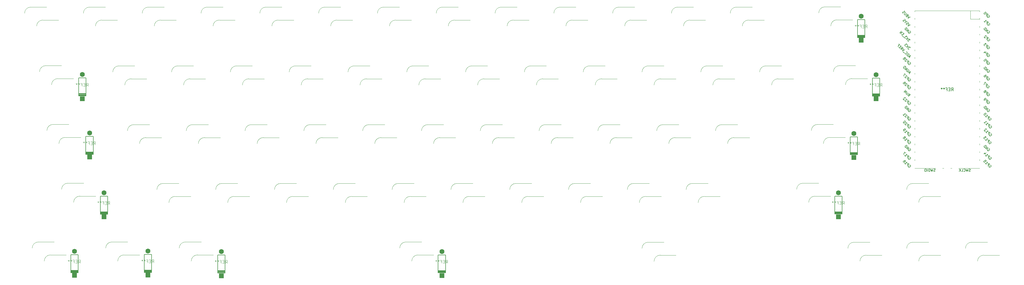
<source format=gbr>
G04 #@! TF.GenerationSoftware,KiCad,Pcbnew,7.0.6*
G04 #@! TF.CreationDate,2023-08-31T10:18:19-07:00*
G04 #@! TF.ProjectId,keyjoy,6b65796a-6f79-42e6-9b69-6361645f7063,rev?*
G04 #@! TF.SameCoordinates,Original*
G04 #@! TF.FileFunction,Legend,Bot*
G04 #@! TF.FilePolarity,Positive*
%FSLAX46Y46*%
G04 Gerber Fmt 4.6, Leading zero omitted, Abs format (unit mm)*
G04 Created by KiCad (PCBNEW 7.0.6) date 2023-08-31 10:18:19*
%MOMM*%
%LPD*%
G01*
G04 APERTURE LIST*
%ADD10C,0.100000*%
%ADD11C,0.150000*%
%ADD12C,0.120000*%
%ADD13C,0.200000*%
%ADD14R,1.600000X1.600000*%
%ADD15C,1.600000*%
G04 APERTURE END LIST*
D10*
X429896096Y-169237054D02*
X430229429Y-168760863D01*
X430467524Y-169237054D02*
X430467524Y-168237054D01*
X430467524Y-168237054D02*
X430086572Y-168237054D01*
X430086572Y-168237054D02*
X429991334Y-168284673D01*
X429991334Y-168284673D02*
X429943715Y-168332292D01*
X429943715Y-168332292D02*
X429896096Y-168427530D01*
X429896096Y-168427530D02*
X429896096Y-168570387D01*
X429896096Y-168570387D02*
X429943715Y-168665625D01*
X429943715Y-168665625D02*
X429991334Y-168713244D01*
X429991334Y-168713244D02*
X430086572Y-168760863D01*
X430086572Y-168760863D02*
X430467524Y-168760863D01*
X429467524Y-168713244D02*
X429134191Y-168713244D01*
X428991334Y-169237054D02*
X429467524Y-169237054D01*
X429467524Y-169237054D02*
X429467524Y-168237054D01*
X429467524Y-168237054D02*
X428991334Y-168237054D01*
X428229429Y-168713244D02*
X428562762Y-168713244D01*
X428562762Y-169237054D02*
X428562762Y-168237054D01*
X428562762Y-168237054D02*
X428086572Y-168237054D01*
X427562762Y-168237054D02*
X427562762Y-168475149D01*
X427800857Y-168379911D02*
X427562762Y-168475149D01*
X427562762Y-168475149D02*
X427324667Y-168379911D01*
X427705619Y-168665625D02*
X427562762Y-168475149D01*
X427562762Y-168475149D02*
X427419905Y-168665625D01*
X426800857Y-168237054D02*
X426800857Y-168475149D01*
X427038952Y-168379911D02*
X426800857Y-168475149D01*
X426800857Y-168475149D02*
X426562762Y-168379911D01*
X426943714Y-168665625D02*
X426800857Y-168475149D01*
X426800857Y-168475149D02*
X426658000Y-168665625D01*
X434702150Y-188216422D02*
X435035483Y-187740231D01*
X435273578Y-188216422D02*
X435273578Y-187216422D01*
X435273578Y-187216422D02*
X434892626Y-187216422D01*
X434892626Y-187216422D02*
X434797388Y-187264041D01*
X434797388Y-187264041D02*
X434749769Y-187311660D01*
X434749769Y-187311660D02*
X434702150Y-187406898D01*
X434702150Y-187406898D02*
X434702150Y-187549755D01*
X434702150Y-187549755D02*
X434749769Y-187644993D01*
X434749769Y-187644993D02*
X434797388Y-187692612D01*
X434797388Y-187692612D02*
X434892626Y-187740231D01*
X434892626Y-187740231D02*
X435273578Y-187740231D01*
X434273578Y-187692612D02*
X433940245Y-187692612D01*
X433797388Y-188216422D02*
X434273578Y-188216422D01*
X434273578Y-188216422D02*
X434273578Y-187216422D01*
X434273578Y-187216422D02*
X433797388Y-187216422D01*
X433035483Y-187692612D02*
X433368816Y-187692612D01*
X433368816Y-188216422D02*
X433368816Y-187216422D01*
X433368816Y-187216422D02*
X432892626Y-187216422D01*
X432368816Y-187216422D02*
X432368816Y-187454517D01*
X432606911Y-187359279D02*
X432368816Y-187454517D01*
X432368816Y-187454517D02*
X432130721Y-187359279D01*
X432511673Y-187644993D02*
X432368816Y-187454517D01*
X432368816Y-187454517D02*
X432225959Y-187644993D01*
X431606911Y-187216422D02*
X431606911Y-187454517D01*
X431845006Y-187359279D02*
X431606911Y-187454517D01*
X431606911Y-187454517D02*
X431368816Y-187359279D01*
X431749768Y-187644993D02*
X431606911Y-187454517D01*
X431606911Y-187454517D02*
X431464054Y-187644993D01*
X198807455Y-245386705D02*
X199140788Y-244910514D01*
X199378883Y-245386705D02*
X199378883Y-244386705D01*
X199378883Y-244386705D02*
X198997931Y-244386705D01*
X198997931Y-244386705D02*
X198902693Y-244434324D01*
X198902693Y-244434324D02*
X198855074Y-244481943D01*
X198855074Y-244481943D02*
X198807455Y-244577181D01*
X198807455Y-244577181D02*
X198807455Y-244720038D01*
X198807455Y-244720038D02*
X198855074Y-244815276D01*
X198855074Y-244815276D02*
X198902693Y-244862895D01*
X198902693Y-244862895D02*
X198997931Y-244910514D01*
X198997931Y-244910514D02*
X199378883Y-244910514D01*
X198378883Y-244862895D02*
X198045550Y-244862895D01*
X197902693Y-245386705D02*
X198378883Y-245386705D01*
X198378883Y-245386705D02*
X198378883Y-244386705D01*
X198378883Y-244386705D02*
X197902693Y-244386705D01*
X197140788Y-244862895D02*
X197474121Y-244862895D01*
X197474121Y-245386705D02*
X197474121Y-244386705D01*
X197474121Y-244386705D02*
X196997931Y-244386705D01*
X196474121Y-244386705D02*
X196474121Y-244624800D01*
X196712216Y-244529562D02*
X196474121Y-244624800D01*
X196474121Y-244624800D02*
X196236026Y-244529562D01*
X196616978Y-244815276D02*
X196474121Y-244624800D01*
X196474121Y-244624800D02*
X196331264Y-244815276D01*
X195712216Y-244386705D02*
X195712216Y-244624800D01*
X195950311Y-244529562D02*
X195712216Y-244624800D01*
X195712216Y-244624800D02*
X195474121Y-244529562D01*
X195855073Y-244815276D02*
X195712216Y-244624800D01*
X195712216Y-244624800D02*
X195569359Y-244815276D01*
X184571973Y-226468832D02*
X184905306Y-225992641D01*
X185143401Y-226468832D02*
X185143401Y-225468832D01*
X185143401Y-225468832D02*
X184762449Y-225468832D01*
X184762449Y-225468832D02*
X184667211Y-225516451D01*
X184667211Y-225516451D02*
X184619592Y-225564070D01*
X184619592Y-225564070D02*
X184571973Y-225659308D01*
X184571973Y-225659308D02*
X184571973Y-225802165D01*
X184571973Y-225802165D02*
X184619592Y-225897403D01*
X184619592Y-225897403D02*
X184667211Y-225945022D01*
X184667211Y-225945022D02*
X184762449Y-225992641D01*
X184762449Y-225992641D02*
X185143401Y-225992641D01*
X184143401Y-225945022D02*
X183810068Y-225945022D01*
X183667211Y-226468832D02*
X184143401Y-226468832D01*
X184143401Y-226468832D02*
X184143401Y-225468832D01*
X184143401Y-225468832D02*
X183667211Y-225468832D01*
X182905306Y-225945022D02*
X183238639Y-225945022D01*
X183238639Y-226468832D02*
X183238639Y-225468832D01*
X183238639Y-225468832D02*
X182762449Y-225468832D01*
X182238639Y-225468832D02*
X182238639Y-225706927D01*
X182476734Y-225611689D02*
X182238639Y-225706927D01*
X182238639Y-225706927D02*
X182000544Y-225611689D01*
X182381496Y-225897403D02*
X182238639Y-225706927D01*
X182238639Y-225706927D02*
X182095782Y-225897403D01*
X181476734Y-225468832D02*
X181476734Y-225706927D01*
X181714829Y-225611689D02*
X181476734Y-225706927D01*
X181476734Y-225706927D02*
X181238639Y-225611689D01*
X181619591Y-225897403D02*
X181476734Y-225706927D01*
X181476734Y-225706927D02*
X181333877Y-225897403D01*
X422502800Y-226454992D02*
X422836133Y-225978801D01*
X423074228Y-226454992D02*
X423074228Y-225454992D01*
X423074228Y-225454992D02*
X422693276Y-225454992D01*
X422693276Y-225454992D02*
X422598038Y-225502611D01*
X422598038Y-225502611D02*
X422550419Y-225550230D01*
X422550419Y-225550230D02*
X422502800Y-225645468D01*
X422502800Y-225645468D02*
X422502800Y-225788325D01*
X422502800Y-225788325D02*
X422550419Y-225883563D01*
X422550419Y-225883563D02*
X422598038Y-225931182D01*
X422598038Y-225931182D02*
X422693276Y-225978801D01*
X422693276Y-225978801D02*
X423074228Y-225978801D01*
X422074228Y-225931182D02*
X421740895Y-225931182D01*
X421598038Y-226454992D02*
X422074228Y-226454992D01*
X422074228Y-226454992D02*
X422074228Y-225454992D01*
X422074228Y-225454992D02*
X421598038Y-225454992D01*
X420836133Y-225931182D02*
X421169466Y-225931182D01*
X421169466Y-226454992D02*
X421169466Y-225454992D01*
X421169466Y-225454992D02*
X420693276Y-225454992D01*
X420169466Y-225454992D02*
X420169466Y-225693087D01*
X420407561Y-225597849D02*
X420169466Y-225693087D01*
X420169466Y-225693087D02*
X419931371Y-225597849D01*
X420312323Y-225883563D02*
X420169466Y-225693087D01*
X420169466Y-225693087D02*
X420026609Y-225883563D01*
X419407561Y-225454992D02*
X419407561Y-225693087D01*
X419645656Y-225597849D02*
X419407561Y-225693087D01*
X419407561Y-225693087D02*
X419169466Y-225597849D01*
X419550418Y-225883563D02*
X419407561Y-225693087D01*
X419407561Y-225693087D02*
X419264704Y-225883563D01*
X175008041Y-245484645D02*
X175341374Y-245008454D01*
X175579469Y-245484645D02*
X175579469Y-244484645D01*
X175579469Y-244484645D02*
X175198517Y-244484645D01*
X175198517Y-244484645D02*
X175103279Y-244532264D01*
X175103279Y-244532264D02*
X175055660Y-244579883D01*
X175055660Y-244579883D02*
X175008041Y-244675121D01*
X175008041Y-244675121D02*
X175008041Y-244817978D01*
X175008041Y-244817978D02*
X175055660Y-244913216D01*
X175055660Y-244913216D02*
X175103279Y-244960835D01*
X175103279Y-244960835D02*
X175198517Y-245008454D01*
X175198517Y-245008454D02*
X175579469Y-245008454D01*
X174579469Y-244960835D02*
X174246136Y-244960835D01*
X174103279Y-245484645D02*
X174579469Y-245484645D01*
X174579469Y-245484645D02*
X174579469Y-244484645D01*
X174579469Y-244484645D02*
X174103279Y-244484645D01*
X173341374Y-244960835D02*
X173674707Y-244960835D01*
X173674707Y-245484645D02*
X173674707Y-244484645D01*
X173674707Y-244484645D02*
X173198517Y-244484645D01*
X172674707Y-244484645D02*
X172674707Y-244722740D01*
X172912802Y-244627502D02*
X172674707Y-244722740D01*
X172674707Y-244722740D02*
X172436612Y-244627502D01*
X172817564Y-244913216D02*
X172674707Y-244722740D01*
X172674707Y-244722740D02*
X172531850Y-244913216D01*
X171912802Y-244484645D02*
X171912802Y-244722740D01*
X172150897Y-244627502D02*
X171912802Y-244722740D01*
X171912802Y-244722740D02*
X171674707Y-244627502D01*
X172055659Y-244913216D02*
X171912802Y-244722740D01*
X171912802Y-244722740D02*
X171769945Y-244913216D01*
X177548273Y-188174297D02*
X177881606Y-187698106D01*
X178119701Y-188174297D02*
X178119701Y-187174297D01*
X178119701Y-187174297D02*
X177738749Y-187174297D01*
X177738749Y-187174297D02*
X177643511Y-187221916D01*
X177643511Y-187221916D02*
X177595892Y-187269535D01*
X177595892Y-187269535D02*
X177548273Y-187364773D01*
X177548273Y-187364773D02*
X177548273Y-187507630D01*
X177548273Y-187507630D02*
X177595892Y-187602868D01*
X177595892Y-187602868D02*
X177643511Y-187650487D01*
X177643511Y-187650487D02*
X177738749Y-187698106D01*
X177738749Y-187698106D02*
X178119701Y-187698106D01*
X177119701Y-187650487D02*
X176786368Y-187650487D01*
X176643511Y-188174297D02*
X177119701Y-188174297D01*
X177119701Y-188174297D02*
X177119701Y-187174297D01*
X177119701Y-187174297D02*
X176643511Y-187174297D01*
X175881606Y-187650487D02*
X176214939Y-187650487D01*
X176214939Y-188174297D02*
X176214939Y-187174297D01*
X176214939Y-187174297D02*
X175738749Y-187174297D01*
X175214939Y-187174297D02*
X175214939Y-187412392D01*
X175453034Y-187317154D02*
X175214939Y-187412392D01*
X175214939Y-187412392D02*
X174976844Y-187317154D01*
X175357796Y-187602868D02*
X175214939Y-187412392D01*
X175214939Y-187412392D02*
X175072082Y-187602868D01*
X174453034Y-187174297D02*
X174453034Y-187412392D01*
X174691129Y-187317154D02*
X174453034Y-187412392D01*
X174453034Y-187412392D02*
X174214939Y-187317154D01*
X174595891Y-187602868D02*
X174453034Y-187412392D01*
X174453034Y-187412392D02*
X174310177Y-187602868D01*
X294032659Y-245508692D02*
X294365992Y-245032501D01*
X294604087Y-245508692D02*
X294604087Y-244508692D01*
X294604087Y-244508692D02*
X294223135Y-244508692D01*
X294223135Y-244508692D02*
X294127897Y-244556311D01*
X294127897Y-244556311D02*
X294080278Y-244603930D01*
X294080278Y-244603930D02*
X294032659Y-244699168D01*
X294032659Y-244699168D02*
X294032659Y-244842025D01*
X294032659Y-244842025D02*
X294080278Y-244937263D01*
X294080278Y-244937263D02*
X294127897Y-244984882D01*
X294127897Y-244984882D02*
X294223135Y-245032501D01*
X294223135Y-245032501D02*
X294604087Y-245032501D01*
X293604087Y-244984882D02*
X293270754Y-244984882D01*
X293127897Y-245508692D02*
X293604087Y-245508692D01*
X293604087Y-245508692D02*
X293604087Y-244508692D01*
X293604087Y-244508692D02*
X293127897Y-244508692D01*
X292365992Y-244984882D02*
X292699325Y-244984882D01*
X292699325Y-245508692D02*
X292699325Y-244508692D01*
X292699325Y-244508692D02*
X292223135Y-244508692D01*
X291699325Y-244508692D02*
X291699325Y-244746787D01*
X291937420Y-244651549D02*
X291699325Y-244746787D01*
X291699325Y-244746787D02*
X291461230Y-244651549D01*
X291842182Y-244937263D02*
X291699325Y-244746787D01*
X291699325Y-244746787D02*
X291556468Y-244937263D01*
X290937420Y-244508692D02*
X290937420Y-244746787D01*
X291175515Y-244651549D02*
X290937420Y-244746787D01*
X290937420Y-244746787D02*
X290699325Y-244651549D01*
X291080277Y-244937263D02*
X290937420Y-244746787D01*
X290937420Y-244746787D02*
X290794563Y-244937263D01*
D11*
X457798753Y-189646865D02*
X458132086Y-189170674D01*
X458370181Y-189646865D02*
X458370181Y-188646865D01*
X458370181Y-188646865D02*
X457989229Y-188646865D01*
X457989229Y-188646865D02*
X457893991Y-188694484D01*
X457893991Y-188694484D02*
X457846372Y-188742103D01*
X457846372Y-188742103D02*
X457798753Y-188837341D01*
X457798753Y-188837341D02*
X457798753Y-188980198D01*
X457798753Y-188980198D02*
X457846372Y-189075436D01*
X457846372Y-189075436D02*
X457893991Y-189123055D01*
X457893991Y-189123055D02*
X457989229Y-189170674D01*
X457989229Y-189170674D02*
X458370181Y-189170674D01*
X457370181Y-189123055D02*
X457036848Y-189123055D01*
X456893991Y-189646865D02*
X457370181Y-189646865D01*
X457370181Y-189646865D02*
X457370181Y-188646865D01*
X457370181Y-188646865D02*
X456893991Y-188646865D01*
X456132086Y-189123055D02*
X456465419Y-189123055D01*
X456465419Y-189646865D02*
X456465419Y-188646865D01*
X456465419Y-188646865D02*
X455989229Y-188646865D01*
X455465419Y-188646865D02*
X455465419Y-188884960D01*
X455703514Y-188789722D02*
X455465419Y-188884960D01*
X455465419Y-188884960D02*
X455227324Y-188789722D01*
X455608276Y-189075436D02*
X455465419Y-188884960D01*
X455465419Y-188884960D02*
X455322562Y-189075436D01*
X454703514Y-188646865D02*
X454703514Y-188884960D01*
X454941609Y-188789722D02*
X454703514Y-188884960D01*
X454703514Y-188884960D02*
X454465419Y-188789722D01*
X454846371Y-189075436D02*
X454703514Y-188884960D01*
X454703514Y-188884960D02*
X454560657Y-189075436D01*
X444367421Y-198482914D02*
X444448234Y-198509851D01*
X444448234Y-198509851D02*
X444529046Y-198590664D01*
X444529046Y-198590664D02*
X444582921Y-198698413D01*
X444582921Y-198698413D02*
X444582921Y-198806163D01*
X444582921Y-198806163D02*
X444555983Y-198886975D01*
X444555983Y-198886975D02*
X444475171Y-199021662D01*
X444475171Y-199021662D02*
X444394359Y-199102474D01*
X444394359Y-199102474D02*
X444259672Y-199183287D01*
X444259672Y-199183287D02*
X444178859Y-199210224D01*
X444178859Y-199210224D02*
X444071110Y-199210224D01*
X444071110Y-199210224D02*
X443963360Y-199156349D01*
X443963360Y-199156349D02*
X443909485Y-199102474D01*
X443909485Y-199102474D02*
X443855611Y-198994725D01*
X443855611Y-198994725D02*
X443855611Y-198940850D01*
X443855611Y-198940850D02*
X444044172Y-198752288D01*
X444044172Y-198752288D02*
X444151922Y-198860038D01*
X443559299Y-198752288D02*
X444124985Y-198186603D01*
X444124985Y-198186603D02*
X443909485Y-197971103D01*
X443909485Y-197971103D02*
X443828673Y-197944166D01*
X443828673Y-197944166D02*
X443774798Y-197944166D01*
X443774798Y-197944166D02*
X443693986Y-197971103D01*
X443693986Y-197971103D02*
X443613174Y-198051916D01*
X443613174Y-198051916D02*
X443586237Y-198132728D01*
X443586237Y-198132728D02*
X443586237Y-198186603D01*
X443586237Y-198186603D02*
X443613174Y-198267415D01*
X443613174Y-198267415D02*
X443828673Y-198482914D01*
X443532362Y-197701729D02*
X443532362Y-197647855D01*
X443532362Y-197647855D02*
X443505424Y-197567042D01*
X443505424Y-197567042D02*
X443370737Y-197432355D01*
X443370737Y-197432355D02*
X443289925Y-197405418D01*
X443289925Y-197405418D02*
X443236050Y-197405418D01*
X443236050Y-197405418D02*
X443155238Y-197432355D01*
X443155238Y-197432355D02*
X443101363Y-197486230D01*
X443101363Y-197486230D02*
X443047489Y-197593980D01*
X443047489Y-197593980D02*
X443047489Y-198240477D01*
X443047489Y-198240477D02*
X442697302Y-197890291D01*
X442158554Y-197351543D02*
X442481803Y-197674792D01*
X442320179Y-197513167D02*
X442885864Y-196947482D01*
X442885864Y-196947482D02*
X442858927Y-197082169D01*
X442858927Y-197082169D02*
X442858927Y-197189919D01*
X442858927Y-197189919D02*
X442885864Y-197270731D01*
X470475421Y-213712914D02*
X470556234Y-213739851D01*
X470556234Y-213739851D02*
X470637046Y-213820664D01*
X470637046Y-213820664D02*
X470690921Y-213928413D01*
X470690921Y-213928413D02*
X470690921Y-214036163D01*
X470690921Y-214036163D02*
X470663983Y-214116975D01*
X470663983Y-214116975D02*
X470583171Y-214251662D01*
X470583171Y-214251662D02*
X470502359Y-214332474D01*
X470502359Y-214332474D02*
X470367672Y-214413287D01*
X470367672Y-214413287D02*
X470286859Y-214440224D01*
X470286859Y-214440224D02*
X470179110Y-214440224D01*
X470179110Y-214440224D02*
X470071360Y-214386349D01*
X470071360Y-214386349D02*
X470017485Y-214332474D01*
X470017485Y-214332474D02*
X469963611Y-214224725D01*
X469963611Y-214224725D02*
X469963611Y-214170850D01*
X469963611Y-214170850D02*
X470152172Y-213982288D01*
X470152172Y-213982288D02*
X470259922Y-214090038D01*
X469667299Y-213982288D02*
X470232985Y-213416603D01*
X470232985Y-213416603D02*
X470017485Y-213201103D01*
X470017485Y-213201103D02*
X469936673Y-213174166D01*
X469936673Y-213174166D02*
X469882798Y-213174166D01*
X469882798Y-213174166D02*
X469801986Y-213201103D01*
X469801986Y-213201103D02*
X469721174Y-213281916D01*
X469721174Y-213281916D02*
X469694237Y-213362728D01*
X469694237Y-213362728D02*
X469694237Y-213416603D01*
X469694237Y-213416603D02*
X469721174Y-213497415D01*
X469721174Y-213497415D02*
X469936673Y-213712914D01*
X468805302Y-213120291D02*
X469128551Y-213443540D01*
X468966927Y-213281916D02*
X469532612Y-212716230D01*
X469532612Y-212716230D02*
X469505675Y-212850917D01*
X469505675Y-212850917D02*
X469505675Y-212958667D01*
X469505675Y-212958667D02*
X469532612Y-213039479D01*
X468859177Y-212042795D02*
X469128551Y-212312169D01*
X469128551Y-212312169D02*
X468886114Y-212608480D01*
X468886114Y-212608480D02*
X468886114Y-212554606D01*
X468886114Y-212554606D02*
X468859177Y-212473793D01*
X468859177Y-212473793D02*
X468724490Y-212339106D01*
X468724490Y-212339106D02*
X468643678Y-212312169D01*
X468643678Y-212312169D02*
X468589803Y-212312169D01*
X468589803Y-212312169D02*
X468508991Y-212339106D01*
X468508991Y-212339106D02*
X468374304Y-212473793D01*
X468374304Y-212473793D02*
X468347366Y-212554606D01*
X468347366Y-212554606D02*
X468347366Y-212608480D01*
X468347366Y-212608480D02*
X468374304Y-212689293D01*
X468374304Y-212689293D02*
X468508991Y-212823980D01*
X468508991Y-212823980D02*
X468589803Y-212850917D01*
X468589803Y-212850917D02*
X468643678Y-212850917D01*
X470475421Y-198472914D02*
X470556234Y-198499851D01*
X470556234Y-198499851D02*
X470637046Y-198580664D01*
X470637046Y-198580664D02*
X470690921Y-198688413D01*
X470690921Y-198688413D02*
X470690921Y-198796163D01*
X470690921Y-198796163D02*
X470663983Y-198876975D01*
X470663983Y-198876975D02*
X470583171Y-199011662D01*
X470583171Y-199011662D02*
X470502359Y-199092474D01*
X470502359Y-199092474D02*
X470367672Y-199173287D01*
X470367672Y-199173287D02*
X470286859Y-199200224D01*
X470286859Y-199200224D02*
X470179110Y-199200224D01*
X470179110Y-199200224D02*
X470071360Y-199146349D01*
X470071360Y-199146349D02*
X470017485Y-199092474D01*
X470017485Y-199092474D02*
X469963611Y-198984725D01*
X469963611Y-198984725D02*
X469963611Y-198930850D01*
X469963611Y-198930850D02*
X470152172Y-198742288D01*
X470152172Y-198742288D02*
X470259922Y-198850038D01*
X469667299Y-198742288D02*
X470232985Y-198176603D01*
X470232985Y-198176603D02*
X470017485Y-197961103D01*
X470017485Y-197961103D02*
X469936673Y-197934166D01*
X469936673Y-197934166D02*
X469882798Y-197934166D01*
X469882798Y-197934166D02*
X469801986Y-197961103D01*
X469801986Y-197961103D02*
X469721174Y-198041916D01*
X469721174Y-198041916D02*
X469694237Y-198122728D01*
X469694237Y-198122728D02*
X469694237Y-198176603D01*
X469694237Y-198176603D02*
X469721174Y-198257415D01*
X469721174Y-198257415D02*
X469936673Y-198472914D01*
X468805302Y-197880291D02*
X469128551Y-198203540D01*
X468966927Y-198041916D02*
X469532612Y-197476230D01*
X469532612Y-197476230D02*
X469505675Y-197610917D01*
X469505675Y-197610917D02*
X469505675Y-197718667D01*
X469505675Y-197718667D02*
X469532612Y-197799479D01*
X469020801Y-196964419D02*
X468966927Y-196910545D01*
X468966927Y-196910545D02*
X468886114Y-196883607D01*
X468886114Y-196883607D02*
X468832240Y-196883607D01*
X468832240Y-196883607D02*
X468751427Y-196910545D01*
X468751427Y-196910545D02*
X468616740Y-196991357D01*
X468616740Y-196991357D02*
X468482053Y-197126044D01*
X468482053Y-197126044D02*
X468401241Y-197260731D01*
X468401241Y-197260731D02*
X468374304Y-197341543D01*
X468374304Y-197341543D02*
X468374304Y-197395418D01*
X468374304Y-197395418D02*
X468401241Y-197476230D01*
X468401241Y-197476230D02*
X468455116Y-197530105D01*
X468455116Y-197530105D02*
X468535928Y-197557042D01*
X468535928Y-197557042D02*
X468589803Y-197557042D01*
X468589803Y-197557042D02*
X468670615Y-197530105D01*
X468670615Y-197530105D02*
X468805302Y-197449293D01*
X468805302Y-197449293D02*
X468939989Y-197314606D01*
X468939989Y-197314606D02*
X469020801Y-197179919D01*
X469020801Y-197179919D02*
X469047739Y-197099106D01*
X469047739Y-197099106D02*
X469047739Y-197045232D01*
X469047739Y-197045232D02*
X469020801Y-196964419D01*
X470052047Y-167713540D02*
X470132859Y-167740477D01*
X470132859Y-167740477D02*
X470213671Y-167821289D01*
X470213671Y-167821289D02*
X470267546Y-167929039D01*
X470267546Y-167929039D02*
X470267546Y-168036788D01*
X470267546Y-168036788D02*
X470240609Y-168117601D01*
X470240609Y-168117601D02*
X470159796Y-168252288D01*
X470159796Y-168252288D02*
X470078984Y-168333100D01*
X470078984Y-168333100D02*
X469944297Y-168413912D01*
X469944297Y-168413912D02*
X469863485Y-168440849D01*
X469863485Y-168440849D02*
X469755735Y-168440849D01*
X469755735Y-168440849D02*
X469647986Y-168386975D01*
X469647986Y-168386975D02*
X469594111Y-168333100D01*
X469594111Y-168333100D02*
X469540236Y-168225350D01*
X469540236Y-168225350D02*
X469540236Y-168171475D01*
X469540236Y-168171475D02*
X469728798Y-167982914D01*
X469728798Y-167982914D02*
X469836548Y-168090663D01*
X469243925Y-167982914D02*
X469809610Y-167417228D01*
X469809610Y-167417228D02*
X469594111Y-167201729D01*
X469594111Y-167201729D02*
X469513299Y-167174792D01*
X469513299Y-167174792D02*
X469459424Y-167174792D01*
X469459424Y-167174792D02*
X469378612Y-167201729D01*
X469378612Y-167201729D02*
X469297800Y-167282541D01*
X469297800Y-167282541D02*
X469270862Y-167363353D01*
X469270862Y-167363353D02*
X469270862Y-167417228D01*
X469270862Y-167417228D02*
X469297800Y-167498040D01*
X469297800Y-167498040D02*
X469513299Y-167713540D01*
X468381928Y-167120917D02*
X468705177Y-167444166D01*
X468543552Y-167282541D02*
X469109238Y-166716856D01*
X469109238Y-166716856D02*
X469082300Y-166851543D01*
X469082300Y-166851543D02*
X469082300Y-166959292D01*
X469082300Y-166959292D02*
X469109238Y-167040105D01*
X444367421Y-211172914D02*
X444448234Y-211199851D01*
X444448234Y-211199851D02*
X444529046Y-211280664D01*
X444529046Y-211280664D02*
X444582921Y-211388413D01*
X444582921Y-211388413D02*
X444582921Y-211496163D01*
X444582921Y-211496163D02*
X444555983Y-211576975D01*
X444555983Y-211576975D02*
X444475171Y-211711662D01*
X444475171Y-211711662D02*
X444394359Y-211792474D01*
X444394359Y-211792474D02*
X444259672Y-211873287D01*
X444259672Y-211873287D02*
X444178859Y-211900224D01*
X444178859Y-211900224D02*
X444071110Y-211900224D01*
X444071110Y-211900224D02*
X443963360Y-211846349D01*
X443963360Y-211846349D02*
X443909485Y-211792474D01*
X443909485Y-211792474D02*
X443855611Y-211684725D01*
X443855611Y-211684725D02*
X443855611Y-211630850D01*
X443855611Y-211630850D02*
X444044172Y-211442288D01*
X444044172Y-211442288D02*
X444151922Y-211550038D01*
X443559299Y-211442288D02*
X444124985Y-210876603D01*
X444124985Y-210876603D02*
X443909485Y-210661103D01*
X443909485Y-210661103D02*
X443828673Y-210634166D01*
X443828673Y-210634166D02*
X443774798Y-210634166D01*
X443774798Y-210634166D02*
X443693986Y-210661103D01*
X443693986Y-210661103D02*
X443613174Y-210741916D01*
X443613174Y-210741916D02*
X443586237Y-210822728D01*
X443586237Y-210822728D02*
X443586237Y-210876603D01*
X443586237Y-210876603D02*
X443613174Y-210957415D01*
X443613174Y-210957415D02*
X443828673Y-211172914D01*
X442697302Y-210580291D02*
X443020551Y-210903540D01*
X442858927Y-210741916D02*
X443424612Y-210176230D01*
X443424612Y-210176230D02*
X443397675Y-210310917D01*
X443397675Y-210310917D02*
X443397675Y-210418667D01*
X443397675Y-210418667D02*
X443424612Y-210499479D01*
X443074426Y-209826044D02*
X442697302Y-209448920D01*
X442697302Y-209448920D02*
X442374053Y-210257042D01*
X470521421Y-211172914D02*
X470602234Y-211199851D01*
X470602234Y-211199851D02*
X470683046Y-211280664D01*
X470683046Y-211280664D02*
X470736921Y-211388413D01*
X470736921Y-211388413D02*
X470736921Y-211496163D01*
X470736921Y-211496163D02*
X470709983Y-211576975D01*
X470709983Y-211576975D02*
X470629171Y-211711662D01*
X470629171Y-211711662D02*
X470548359Y-211792474D01*
X470548359Y-211792474D02*
X470413672Y-211873287D01*
X470413672Y-211873287D02*
X470332859Y-211900224D01*
X470332859Y-211900224D02*
X470225110Y-211900224D01*
X470225110Y-211900224D02*
X470117360Y-211846349D01*
X470117360Y-211846349D02*
X470063485Y-211792474D01*
X470063485Y-211792474D02*
X470009611Y-211684725D01*
X470009611Y-211684725D02*
X470009611Y-211630850D01*
X470009611Y-211630850D02*
X470198172Y-211442288D01*
X470198172Y-211442288D02*
X470305922Y-211550038D01*
X469713299Y-211442288D02*
X470278985Y-210876603D01*
X470278985Y-210876603D02*
X470063485Y-210661103D01*
X470063485Y-210661103D02*
X469982673Y-210634166D01*
X469982673Y-210634166D02*
X469928798Y-210634166D01*
X469928798Y-210634166D02*
X469847986Y-210661103D01*
X469847986Y-210661103D02*
X469767174Y-210741916D01*
X469767174Y-210741916D02*
X469740237Y-210822728D01*
X469740237Y-210822728D02*
X469740237Y-210876603D01*
X469740237Y-210876603D02*
X469767174Y-210957415D01*
X469767174Y-210957415D02*
X469982673Y-211172914D01*
X468851302Y-210580291D02*
X469174551Y-210903540D01*
X469012927Y-210741916D02*
X469578612Y-210176230D01*
X469578612Y-210176230D02*
X469551675Y-210310917D01*
X469551675Y-210310917D02*
X469551675Y-210418667D01*
X469551675Y-210418667D02*
X469578612Y-210499479D01*
X468743553Y-209718294D02*
X468366429Y-210095418D01*
X469093739Y-209637482D02*
X468824365Y-210176230D01*
X468824365Y-210176230D02*
X468474179Y-209826044D01*
X444367421Y-201012914D02*
X444448234Y-201039851D01*
X444448234Y-201039851D02*
X444529046Y-201120664D01*
X444529046Y-201120664D02*
X444582921Y-201228413D01*
X444582921Y-201228413D02*
X444582921Y-201336163D01*
X444582921Y-201336163D02*
X444555983Y-201416975D01*
X444555983Y-201416975D02*
X444475171Y-201551662D01*
X444475171Y-201551662D02*
X444394359Y-201632474D01*
X444394359Y-201632474D02*
X444259672Y-201713287D01*
X444259672Y-201713287D02*
X444178859Y-201740224D01*
X444178859Y-201740224D02*
X444071110Y-201740224D01*
X444071110Y-201740224D02*
X443963360Y-201686349D01*
X443963360Y-201686349D02*
X443909485Y-201632474D01*
X443909485Y-201632474D02*
X443855611Y-201524725D01*
X443855611Y-201524725D02*
X443855611Y-201470850D01*
X443855611Y-201470850D02*
X444044172Y-201282288D01*
X444044172Y-201282288D02*
X444151922Y-201390038D01*
X443559299Y-201282288D02*
X444124985Y-200716603D01*
X444124985Y-200716603D02*
X443909485Y-200501103D01*
X443909485Y-200501103D02*
X443828673Y-200474166D01*
X443828673Y-200474166D02*
X443774798Y-200474166D01*
X443774798Y-200474166D02*
X443693986Y-200501103D01*
X443693986Y-200501103D02*
X443613174Y-200581916D01*
X443613174Y-200581916D02*
X443586237Y-200662728D01*
X443586237Y-200662728D02*
X443586237Y-200716603D01*
X443586237Y-200716603D02*
X443613174Y-200797415D01*
X443613174Y-200797415D02*
X443828673Y-201012914D01*
X443532362Y-200231729D02*
X443532362Y-200177855D01*
X443532362Y-200177855D02*
X443505424Y-200097042D01*
X443505424Y-200097042D02*
X443370737Y-199962355D01*
X443370737Y-199962355D02*
X443289925Y-199935418D01*
X443289925Y-199935418D02*
X443236050Y-199935418D01*
X443236050Y-199935418D02*
X443155238Y-199962355D01*
X443155238Y-199962355D02*
X443101363Y-200016230D01*
X443101363Y-200016230D02*
X443047489Y-200123980D01*
X443047489Y-200123980D02*
X443047489Y-200770477D01*
X443047489Y-200770477D02*
X442697302Y-200420291D01*
X442912801Y-199504419D02*
X442858927Y-199450545D01*
X442858927Y-199450545D02*
X442778114Y-199423607D01*
X442778114Y-199423607D02*
X442724240Y-199423607D01*
X442724240Y-199423607D02*
X442643427Y-199450545D01*
X442643427Y-199450545D02*
X442508740Y-199531357D01*
X442508740Y-199531357D02*
X442374053Y-199666044D01*
X442374053Y-199666044D02*
X442293241Y-199800731D01*
X442293241Y-199800731D02*
X442266304Y-199881543D01*
X442266304Y-199881543D02*
X442266304Y-199935418D01*
X442266304Y-199935418D02*
X442293241Y-200016230D01*
X442293241Y-200016230D02*
X442347116Y-200070105D01*
X442347116Y-200070105D02*
X442427928Y-200097042D01*
X442427928Y-200097042D02*
X442481803Y-200097042D01*
X442481803Y-200097042D02*
X442562615Y-200070105D01*
X442562615Y-200070105D02*
X442697302Y-199989293D01*
X442697302Y-199989293D02*
X442831989Y-199854606D01*
X442831989Y-199854606D02*
X442912801Y-199719919D01*
X442912801Y-199719919D02*
X442939739Y-199639106D01*
X442939739Y-199639106D02*
X442939739Y-199585232D01*
X442939739Y-199585232D02*
X442912801Y-199504419D01*
X470621421Y-203552914D02*
X470702234Y-203579851D01*
X470702234Y-203579851D02*
X470783046Y-203660664D01*
X470783046Y-203660664D02*
X470836921Y-203768413D01*
X470836921Y-203768413D02*
X470836921Y-203876163D01*
X470836921Y-203876163D02*
X470809983Y-203956975D01*
X470809983Y-203956975D02*
X470729171Y-204091662D01*
X470729171Y-204091662D02*
X470648359Y-204172474D01*
X470648359Y-204172474D02*
X470513672Y-204253287D01*
X470513672Y-204253287D02*
X470432859Y-204280224D01*
X470432859Y-204280224D02*
X470325110Y-204280224D01*
X470325110Y-204280224D02*
X470217360Y-204226349D01*
X470217360Y-204226349D02*
X470163485Y-204172474D01*
X470163485Y-204172474D02*
X470109611Y-204064725D01*
X470109611Y-204064725D02*
X470109611Y-204010850D01*
X470109611Y-204010850D02*
X470298172Y-203822288D01*
X470298172Y-203822288D02*
X470405922Y-203930038D01*
X469813299Y-203822288D02*
X470378985Y-203256603D01*
X470378985Y-203256603D02*
X470163485Y-203041103D01*
X470163485Y-203041103D02*
X470082673Y-203014166D01*
X470082673Y-203014166D02*
X470028798Y-203014166D01*
X470028798Y-203014166D02*
X469947986Y-203041103D01*
X469947986Y-203041103D02*
X469867174Y-203121916D01*
X469867174Y-203121916D02*
X469840237Y-203202728D01*
X469840237Y-203202728D02*
X469840237Y-203256603D01*
X469840237Y-203256603D02*
X469867174Y-203337415D01*
X469867174Y-203337415D02*
X470082673Y-203552914D01*
X468951302Y-202960291D02*
X469274551Y-203283540D01*
X469112927Y-203121916D02*
X469678612Y-202556230D01*
X469678612Y-202556230D02*
X469651675Y-202690917D01*
X469651675Y-202690917D02*
X469651675Y-202798667D01*
X469651675Y-202798667D02*
X469678612Y-202879479D01*
X469247614Y-202232981D02*
X469247614Y-202179106D01*
X469247614Y-202179106D02*
X469220676Y-202098294D01*
X469220676Y-202098294D02*
X469085989Y-201963607D01*
X469085989Y-201963607D02*
X469005177Y-201936670D01*
X469005177Y-201936670D02*
X468951302Y-201936670D01*
X468951302Y-201936670D02*
X468870490Y-201963607D01*
X468870490Y-201963607D02*
X468816615Y-202017482D01*
X468816615Y-202017482D02*
X468762740Y-202125232D01*
X468762740Y-202125232D02*
X468762740Y-202771729D01*
X468762740Y-202771729D02*
X468412554Y-202421543D01*
X452560658Y-215716246D02*
X452446372Y-215754341D01*
X452446372Y-215754341D02*
X452255896Y-215754341D01*
X452255896Y-215754341D02*
X452179705Y-215716246D01*
X452179705Y-215716246D02*
X452141610Y-215678150D01*
X452141610Y-215678150D02*
X452103515Y-215601960D01*
X452103515Y-215601960D02*
X452103515Y-215525769D01*
X452103515Y-215525769D02*
X452141610Y-215449579D01*
X452141610Y-215449579D02*
X452179705Y-215411484D01*
X452179705Y-215411484D02*
X452255896Y-215373388D01*
X452255896Y-215373388D02*
X452408277Y-215335293D01*
X452408277Y-215335293D02*
X452484467Y-215297198D01*
X452484467Y-215297198D02*
X452522562Y-215259103D01*
X452522562Y-215259103D02*
X452560658Y-215182912D01*
X452560658Y-215182912D02*
X452560658Y-215106722D01*
X452560658Y-215106722D02*
X452522562Y-215030531D01*
X452522562Y-215030531D02*
X452484467Y-214992436D01*
X452484467Y-214992436D02*
X452408277Y-214954341D01*
X452408277Y-214954341D02*
X452217800Y-214954341D01*
X452217800Y-214954341D02*
X452103515Y-214992436D01*
X451836848Y-214954341D02*
X451646372Y-215754341D01*
X451646372Y-215754341D02*
X451493991Y-215182912D01*
X451493991Y-215182912D02*
X451341610Y-215754341D01*
X451341610Y-215754341D02*
X451151134Y-214954341D01*
X450846371Y-215754341D02*
X450846371Y-214954341D01*
X450846371Y-214954341D02*
X450655895Y-214954341D01*
X450655895Y-214954341D02*
X450541609Y-214992436D01*
X450541609Y-214992436D02*
X450465419Y-215068626D01*
X450465419Y-215068626D02*
X450427324Y-215144817D01*
X450427324Y-215144817D02*
X450389228Y-215297198D01*
X450389228Y-215297198D02*
X450389228Y-215411484D01*
X450389228Y-215411484D02*
X450427324Y-215563865D01*
X450427324Y-215563865D02*
X450465419Y-215640055D01*
X450465419Y-215640055D02*
X450541609Y-215716246D01*
X450541609Y-215716246D02*
X450655895Y-215754341D01*
X450655895Y-215754341D02*
X450846371Y-215754341D01*
X450046371Y-215754341D02*
X450046371Y-214954341D01*
X449513038Y-214954341D02*
X449360657Y-214954341D01*
X449360657Y-214954341D02*
X449284467Y-214992436D01*
X449284467Y-214992436D02*
X449208276Y-215068626D01*
X449208276Y-215068626D02*
X449170181Y-215221007D01*
X449170181Y-215221007D02*
X449170181Y-215487674D01*
X449170181Y-215487674D02*
X449208276Y-215640055D01*
X449208276Y-215640055D02*
X449284467Y-215716246D01*
X449284467Y-215716246D02*
X449360657Y-215754341D01*
X449360657Y-215754341D02*
X449513038Y-215754341D01*
X449513038Y-215754341D02*
X449589229Y-215716246D01*
X449589229Y-215716246D02*
X449665419Y-215640055D01*
X449665419Y-215640055D02*
X449703515Y-215487674D01*
X449703515Y-215487674D02*
X449703515Y-215221007D01*
X449703515Y-215221007D02*
X449665419Y-215068626D01*
X449665419Y-215068626D02*
X449589229Y-214992436D01*
X449589229Y-214992436D02*
X449513038Y-214954341D01*
X444378984Y-195690477D02*
X444459796Y-195717414D01*
X444459796Y-195717414D02*
X444540608Y-195798226D01*
X444540608Y-195798226D02*
X444594483Y-195905976D01*
X444594483Y-195905976D02*
X444594483Y-196013726D01*
X444594483Y-196013726D02*
X444567546Y-196094538D01*
X444567546Y-196094538D02*
X444486734Y-196229225D01*
X444486734Y-196229225D02*
X444405921Y-196310037D01*
X444405921Y-196310037D02*
X444271234Y-196390849D01*
X444271234Y-196390849D02*
X444190422Y-196417787D01*
X444190422Y-196417787D02*
X444082673Y-196417787D01*
X444082673Y-196417787D02*
X443974923Y-196363912D01*
X443974923Y-196363912D02*
X443921048Y-196310037D01*
X443921048Y-196310037D02*
X443867173Y-196202287D01*
X443867173Y-196202287D02*
X443867173Y-196148413D01*
X443867173Y-196148413D02*
X444055735Y-195959851D01*
X444055735Y-195959851D02*
X444163485Y-196067600D01*
X443570862Y-195959851D02*
X444136547Y-195394165D01*
X444136547Y-195394165D02*
X443247613Y-195636602D01*
X443247613Y-195636602D02*
X443813299Y-195070917D01*
X442978239Y-195367228D02*
X443543925Y-194801543D01*
X443543925Y-194801543D02*
X443409238Y-194666856D01*
X443409238Y-194666856D02*
X443301488Y-194612981D01*
X443301488Y-194612981D02*
X443193739Y-194612981D01*
X443193739Y-194612981D02*
X443112926Y-194639918D01*
X443112926Y-194639918D02*
X442978239Y-194720731D01*
X442978239Y-194720731D02*
X442897427Y-194801543D01*
X442897427Y-194801543D02*
X442816615Y-194936230D01*
X442816615Y-194936230D02*
X442789678Y-195017042D01*
X442789678Y-195017042D02*
X442789678Y-195124792D01*
X442789678Y-195124792D02*
X442843552Y-195232541D01*
X442843552Y-195232541D02*
X442978239Y-195367228D01*
X469978984Y-195690477D02*
X470059796Y-195717414D01*
X470059796Y-195717414D02*
X470140608Y-195798226D01*
X470140608Y-195798226D02*
X470194483Y-195905976D01*
X470194483Y-195905976D02*
X470194483Y-196013726D01*
X470194483Y-196013726D02*
X470167546Y-196094538D01*
X470167546Y-196094538D02*
X470086734Y-196229225D01*
X470086734Y-196229225D02*
X470005921Y-196310037D01*
X470005921Y-196310037D02*
X469871234Y-196390849D01*
X469871234Y-196390849D02*
X469790422Y-196417787D01*
X469790422Y-196417787D02*
X469682673Y-196417787D01*
X469682673Y-196417787D02*
X469574923Y-196363912D01*
X469574923Y-196363912D02*
X469521048Y-196310037D01*
X469521048Y-196310037D02*
X469467173Y-196202287D01*
X469467173Y-196202287D02*
X469467173Y-196148413D01*
X469467173Y-196148413D02*
X469655735Y-195959851D01*
X469655735Y-195959851D02*
X469763485Y-196067600D01*
X469170862Y-195959851D02*
X469736547Y-195394165D01*
X469736547Y-195394165D02*
X468847613Y-195636602D01*
X468847613Y-195636602D02*
X469413299Y-195070917D01*
X468578239Y-195367228D02*
X469143925Y-194801543D01*
X469143925Y-194801543D02*
X469009238Y-194666856D01*
X469009238Y-194666856D02*
X468901488Y-194612981D01*
X468901488Y-194612981D02*
X468793739Y-194612981D01*
X468793739Y-194612981D02*
X468712926Y-194639918D01*
X468712926Y-194639918D02*
X468578239Y-194720731D01*
X468578239Y-194720731D02*
X468497427Y-194801543D01*
X468497427Y-194801543D02*
X468416615Y-194936230D01*
X468416615Y-194936230D02*
X468389678Y-195017042D01*
X468389678Y-195017042D02*
X468389678Y-195124792D01*
X468389678Y-195124792D02*
X468443552Y-195232541D01*
X468443552Y-195232541D02*
X468578239Y-195367228D01*
X444378984Y-208390477D02*
X444459796Y-208417414D01*
X444459796Y-208417414D02*
X444540608Y-208498226D01*
X444540608Y-208498226D02*
X444594483Y-208605976D01*
X444594483Y-208605976D02*
X444594483Y-208713726D01*
X444594483Y-208713726D02*
X444567546Y-208794538D01*
X444567546Y-208794538D02*
X444486734Y-208929225D01*
X444486734Y-208929225D02*
X444405921Y-209010037D01*
X444405921Y-209010037D02*
X444271234Y-209090849D01*
X444271234Y-209090849D02*
X444190422Y-209117787D01*
X444190422Y-209117787D02*
X444082673Y-209117787D01*
X444082673Y-209117787D02*
X443974923Y-209063912D01*
X443974923Y-209063912D02*
X443921048Y-209010037D01*
X443921048Y-209010037D02*
X443867173Y-208902287D01*
X443867173Y-208902287D02*
X443867173Y-208848413D01*
X443867173Y-208848413D02*
X444055735Y-208659851D01*
X444055735Y-208659851D02*
X444163485Y-208767600D01*
X443570862Y-208659851D02*
X444136547Y-208094165D01*
X444136547Y-208094165D02*
X443247613Y-208336602D01*
X443247613Y-208336602D02*
X443813299Y-207770917D01*
X442978239Y-208067228D02*
X443543925Y-207501543D01*
X443543925Y-207501543D02*
X443409238Y-207366856D01*
X443409238Y-207366856D02*
X443301488Y-207312981D01*
X443301488Y-207312981D02*
X443193739Y-207312981D01*
X443193739Y-207312981D02*
X443112926Y-207339918D01*
X443112926Y-207339918D02*
X442978239Y-207420731D01*
X442978239Y-207420731D02*
X442897427Y-207501543D01*
X442897427Y-207501543D02*
X442816615Y-207636230D01*
X442816615Y-207636230D02*
X442789678Y-207717042D01*
X442789678Y-207717042D02*
X442789678Y-207824792D01*
X442789678Y-207824792D02*
X442843552Y-207932541D01*
X442843552Y-207932541D02*
X442978239Y-208067228D01*
X444313546Y-183933286D02*
X444044172Y-183663912D01*
X444205796Y-184148785D02*
X444582920Y-183394538D01*
X444582920Y-183394538D02*
X443828673Y-183771661D01*
X443882548Y-182748040D02*
X443963360Y-182774978D01*
X443963360Y-182774978D02*
X444044172Y-182855790D01*
X444044172Y-182855790D02*
X444098047Y-182963540D01*
X444098047Y-182963540D02*
X444098047Y-183071289D01*
X444098047Y-183071289D02*
X444071109Y-183152101D01*
X444071109Y-183152101D02*
X443990297Y-183286788D01*
X443990297Y-183286788D02*
X443909485Y-183367601D01*
X443909485Y-183367601D02*
X443774798Y-183448413D01*
X443774798Y-183448413D02*
X443693986Y-183475350D01*
X443693986Y-183475350D02*
X443586236Y-183475350D01*
X443586236Y-183475350D02*
X443478487Y-183421475D01*
X443478487Y-183421475D02*
X443424612Y-183367601D01*
X443424612Y-183367601D02*
X443370737Y-183259851D01*
X443370737Y-183259851D02*
X443370737Y-183205976D01*
X443370737Y-183205976D02*
X443559299Y-183017414D01*
X443559299Y-183017414D02*
X443667048Y-183125164D01*
X443074426Y-183017414D02*
X443640111Y-182451729D01*
X443640111Y-182451729D02*
X442751177Y-182694166D01*
X442751177Y-182694166D02*
X443316862Y-182128480D01*
X442481803Y-182424792D02*
X443047488Y-181859106D01*
X443047488Y-181859106D02*
X442912801Y-181724419D01*
X442912801Y-181724419D02*
X442805052Y-181670544D01*
X442805052Y-181670544D02*
X442697302Y-181670544D01*
X442697302Y-181670544D02*
X442616490Y-181697482D01*
X442616490Y-181697482D02*
X442481803Y-181778294D01*
X442481803Y-181778294D02*
X442400991Y-181859106D01*
X442400991Y-181859106D02*
X442320178Y-181993793D01*
X442320178Y-181993793D02*
X442293241Y-182074606D01*
X442293241Y-182074606D02*
X442293241Y-182182355D01*
X442293241Y-182182355D02*
X442347116Y-182290105D01*
X442347116Y-182290105D02*
X442481803Y-182424792D01*
X469852047Y-188013540D02*
X469932859Y-188040477D01*
X469932859Y-188040477D02*
X470013671Y-188121289D01*
X470013671Y-188121289D02*
X470067546Y-188229039D01*
X470067546Y-188229039D02*
X470067546Y-188336788D01*
X470067546Y-188336788D02*
X470040609Y-188417601D01*
X470040609Y-188417601D02*
X469959796Y-188552288D01*
X469959796Y-188552288D02*
X469878984Y-188633100D01*
X469878984Y-188633100D02*
X469744297Y-188713912D01*
X469744297Y-188713912D02*
X469663485Y-188740849D01*
X469663485Y-188740849D02*
X469555735Y-188740849D01*
X469555735Y-188740849D02*
X469447986Y-188686975D01*
X469447986Y-188686975D02*
X469394111Y-188633100D01*
X469394111Y-188633100D02*
X469340236Y-188525350D01*
X469340236Y-188525350D02*
X469340236Y-188471475D01*
X469340236Y-188471475D02*
X469528798Y-188282914D01*
X469528798Y-188282914D02*
X469636548Y-188390663D01*
X469043925Y-188282914D02*
X469609610Y-187717228D01*
X469609610Y-187717228D02*
X469394111Y-187501729D01*
X469394111Y-187501729D02*
X469313299Y-187474792D01*
X469313299Y-187474792D02*
X469259424Y-187474792D01*
X469259424Y-187474792D02*
X469178612Y-187501729D01*
X469178612Y-187501729D02*
X469097800Y-187582541D01*
X469097800Y-187582541D02*
X469070862Y-187663353D01*
X469070862Y-187663353D02*
X469070862Y-187717228D01*
X469070862Y-187717228D02*
X469097800Y-187798040D01*
X469097800Y-187798040D02*
X469313299Y-188013540D01*
X469097800Y-187205418D02*
X468720676Y-186828294D01*
X468720676Y-186828294D02*
X468397427Y-187636416D01*
X469952047Y-180423540D02*
X470032859Y-180450477D01*
X470032859Y-180450477D02*
X470113671Y-180531289D01*
X470113671Y-180531289D02*
X470167546Y-180639039D01*
X470167546Y-180639039D02*
X470167546Y-180746788D01*
X470167546Y-180746788D02*
X470140609Y-180827601D01*
X470140609Y-180827601D02*
X470059796Y-180962288D01*
X470059796Y-180962288D02*
X469978984Y-181043100D01*
X469978984Y-181043100D02*
X469844297Y-181123912D01*
X469844297Y-181123912D02*
X469763485Y-181150849D01*
X469763485Y-181150849D02*
X469655735Y-181150849D01*
X469655735Y-181150849D02*
X469547986Y-181096975D01*
X469547986Y-181096975D02*
X469494111Y-181043100D01*
X469494111Y-181043100D02*
X469440236Y-180935350D01*
X469440236Y-180935350D02*
X469440236Y-180881475D01*
X469440236Y-180881475D02*
X469628798Y-180692914D01*
X469628798Y-180692914D02*
X469736548Y-180800663D01*
X469143925Y-180692914D02*
X469709610Y-180127228D01*
X469709610Y-180127228D02*
X469494111Y-179911729D01*
X469494111Y-179911729D02*
X469413299Y-179884792D01*
X469413299Y-179884792D02*
X469359424Y-179884792D01*
X469359424Y-179884792D02*
X469278612Y-179911729D01*
X469278612Y-179911729D02*
X469197800Y-179992541D01*
X469197800Y-179992541D02*
X469170862Y-180073353D01*
X469170862Y-180073353D02*
X469170862Y-180127228D01*
X469170862Y-180127228D02*
X469197800Y-180208040D01*
X469197800Y-180208040D02*
X469413299Y-180423540D01*
X468874551Y-179292169D02*
X469143925Y-179561543D01*
X469143925Y-179561543D02*
X468901488Y-179857854D01*
X468901488Y-179857854D02*
X468901488Y-179803979D01*
X468901488Y-179803979D02*
X468874551Y-179723167D01*
X468874551Y-179723167D02*
X468739864Y-179588480D01*
X468739864Y-179588480D02*
X468659052Y-179561543D01*
X468659052Y-179561543D02*
X468605177Y-179561543D01*
X468605177Y-179561543D02*
X468524365Y-179588480D01*
X468524365Y-179588480D02*
X468389678Y-179723167D01*
X468389678Y-179723167D02*
X468362740Y-179803979D01*
X468362740Y-179803979D02*
X468362740Y-179857854D01*
X468362740Y-179857854D02*
X468389678Y-179938666D01*
X468389678Y-179938666D02*
X468524365Y-180073353D01*
X468524365Y-180073353D02*
X468605177Y-180100291D01*
X468605177Y-180100291D02*
X468659052Y-180100291D01*
X469952047Y-177883540D02*
X470032859Y-177910477D01*
X470032859Y-177910477D02*
X470113671Y-177991289D01*
X470113671Y-177991289D02*
X470167546Y-178099039D01*
X470167546Y-178099039D02*
X470167546Y-178206788D01*
X470167546Y-178206788D02*
X470140609Y-178287601D01*
X470140609Y-178287601D02*
X470059796Y-178422288D01*
X470059796Y-178422288D02*
X469978984Y-178503100D01*
X469978984Y-178503100D02*
X469844297Y-178583912D01*
X469844297Y-178583912D02*
X469763485Y-178610849D01*
X469763485Y-178610849D02*
X469655735Y-178610849D01*
X469655735Y-178610849D02*
X469547986Y-178556975D01*
X469547986Y-178556975D02*
X469494111Y-178503100D01*
X469494111Y-178503100D02*
X469440236Y-178395350D01*
X469440236Y-178395350D02*
X469440236Y-178341475D01*
X469440236Y-178341475D02*
X469628798Y-178152914D01*
X469628798Y-178152914D02*
X469736548Y-178260663D01*
X469143925Y-178152914D02*
X469709610Y-177587228D01*
X469709610Y-177587228D02*
X469494111Y-177371729D01*
X469494111Y-177371729D02*
X469413299Y-177344792D01*
X469413299Y-177344792D02*
X469359424Y-177344792D01*
X469359424Y-177344792D02*
X469278612Y-177371729D01*
X469278612Y-177371729D02*
X469197800Y-177452541D01*
X469197800Y-177452541D02*
X469170862Y-177533353D01*
X469170862Y-177533353D02*
X469170862Y-177587228D01*
X469170862Y-177587228D02*
X469197800Y-177668040D01*
X469197800Y-177668040D02*
X469413299Y-177883540D01*
X468712926Y-176967668D02*
X468335803Y-177344792D01*
X469063113Y-176886856D02*
X468793739Y-177425604D01*
X468793739Y-177425604D02*
X468443552Y-177075418D01*
X469978984Y-170290477D02*
X470059796Y-170317414D01*
X470059796Y-170317414D02*
X470140608Y-170398226D01*
X470140608Y-170398226D02*
X470194483Y-170505976D01*
X470194483Y-170505976D02*
X470194483Y-170613726D01*
X470194483Y-170613726D02*
X470167546Y-170694538D01*
X470167546Y-170694538D02*
X470086734Y-170829225D01*
X470086734Y-170829225D02*
X470005921Y-170910037D01*
X470005921Y-170910037D02*
X469871234Y-170990849D01*
X469871234Y-170990849D02*
X469790422Y-171017787D01*
X469790422Y-171017787D02*
X469682673Y-171017787D01*
X469682673Y-171017787D02*
X469574923Y-170963912D01*
X469574923Y-170963912D02*
X469521048Y-170910037D01*
X469521048Y-170910037D02*
X469467173Y-170802287D01*
X469467173Y-170802287D02*
X469467173Y-170748413D01*
X469467173Y-170748413D02*
X469655735Y-170559851D01*
X469655735Y-170559851D02*
X469763485Y-170667600D01*
X469170862Y-170559851D02*
X469736547Y-169994165D01*
X469736547Y-169994165D02*
X468847613Y-170236602D01*
X468847613Y-170236602D02*
X469413299Y-169670917D01*
X468578239Y-169967228D02*
X469143925Y-169401543D01*
X469143925Y-169401543D02*
X469009238Y-169266856D01*
X469009238Y-169266856D02*
X468901488Y-169212981D01*
X468901488Y-169212981D02*
X468793739Y-169212981D01*
X468793739Y-169212981D02*
X468712926Y-169239918D01*
X468712926Y-169239918D02*
X468578239Y-169320731D01*
X468578239Y-169320731D02*
X468497427Y-169401543D01*
X468497427Y-169401543D02*
X468416615Y-169536230D01*
X468416615Y-169536230D02*
X468389678Y-169617042D01*
X468389678Y-169617042D02*
X468389678Y-169724792D01*
X468389678Y-169724792D02*
X468443552Y-169832541D01*
X468443552Y-169832541D02*
X468578239Y-169967228D01*
X444378984Y-170290477D02*
X444459796Y-170317414D01*
X444459796Y-170317414D02*
X444540608Y-170398226D01*
X444540608Y-170398226D02*
X444594483Y-170505976D01*
X444594483Y-170505976D02*
X444594483Y-170613726D01*
X444594483Y-170613726D02*
X444567546Y-170694538D01*
X444567546Y-170694538D02*
X444486734Y-170829225D01*
X444486734Y-170829225D02*
X444405921Y-170910037D01*
X444405921Y-170910037D02*
X444271234Y-170990849D01*
X444271234Y-170990849D02*
X444190422Y-171017787D01*
X444190422Y-171017787D02*
X444082673Y-171017787D01*
X444082673Y-171017787D02*
X443974923Y-170963912D01*
X443974923Y-170963912D02*
X443921048Y-170910037D01*
X443921048Y-170910037D02*
X443867173Y-170802287D01*
X443867173Y-170802287D02*
X443867173Y-170748413D01*
X443867173Y-170748413D02*
X444055735Y-170559851D01*
X444055735Y-170559851D02*
X444163485Y-170667600D01*
X443570862Y-170559851D02*
X444136547Y-169994165D01*
X444136547Y-169994165D02*
X443247613Y-170236602D01*
X443247613Y-170236602D02*
X443813299Y-169670917D01*
X442978239Y-169967228D02*
X443543925Y-169401543D01*
X443543925Y-169401543D02*
X443409238Y-169266856D01*
X443409238Y-169266856D02*
X443301488Y-169212981D01*
X443301488Y-169212981D02*
X443193739Y-169212981D01*
X443193739Y-169212981D02*
X443112926Y-169239918D01*
X443112926Y-169239918D02*
X442978239Y-169320731D01*
X442978239Y-169320731D02*
X442897427Y-169401543D01*
X442897427Y-169401543D02*
X442816615Y-169536230D01*
X442816615Y-169536230D02*
X442789678Y-169617042D01*
X442789678Y-169617042D02*
X442789678Y-169724792D01*
X442789678Y-169724792D02*
X442843552Y-169832541D01*
X442843552Y-169832541D02*
X442978239Y-169967228D01*
X444367421Y-193392914D02*
X444448234Y-193419851D01*
X444448234Y-193419851D02*
X444529046Y-193500664D01*
X444529046Y-193500664D02*
X444582921Y-193608413D01*
X444582921Y-193608413D02*
X444582921Y-193716163D01*
X444582921Y-193716163D02*
X444555983Y-193796975D01*
X444555983Y-193796975D02*
X444475171Y-193931662D01*
X444475171Y-193931662D02*
X444394359Y-194012474D01*
X444394359Y-194012474D02*
X444259672Y-194093287D01*
X444259672Y-194093287D02*
X444178859Y-194120224D01*
X444178859Y-194120224D02*
X444071110Y-194120224D01*
X444071110Y-194120224D02*
X443963360Y-194066349D01*
X443963360Y-194066349D02*
X443909485Y-194012474D01*
X443909485Y-194012474D02*
X443855611Y-193904725D01*
X443855611Y-193904725D02*
X443855611Y-193850850D01*
X443855611Y-193850850D02*
X444044172Y-193662288D01*
X444044172Y-193662288D02*
X444151922Y-193770038D01*
X443559299Y-193662288D02*
X444124985Y-193096603D01*
X444124985Y-193096603D02*
X443909485Y-192881103D01*
X443909485Y-192881103D02*
X443828673Y-192854166D01*
X443828673Y-192854166D02*
X443774798Y-192854166D01*
X443774798Y-192854166D02*
X443693986Y-192881103D01*
X443693986Y-192881103D02*
X443613174Y-192961916D01*
X443613174Y-192961916D02*
X443586237Y-193042728D01*
X443586237Y-193042728D02*
X443586237Y-193096603D01*
X443586237Y-193096603D02*
X443613174Y-193177415D01*
X443613174Y-193177415D02*
X443828673Y-193392914D01*
X443532362Y-192611729D02*
X443532362Y-192557855D01*
X443532362Y-192557855D02*
X443505424Y-192477042D01*
X443505424Y-192477042D02*
X443370737Y-192342355D01*
X443370737Y-192342355D02*
X443289925Y-192315418D01*
X443289925Y-192315418D02*
X443236050Y-192315418D01*
X443236050Y-192315418D02*
X443155238Y-192342355D01*
X443155238Y-192342355D02*
X443101363Y-192396230D01*
X443101363Y-192396230D02*
X443047489Y-192503980D01*
X443047489Y-192503980D02*
X443047489Y-193150477D01*
X443047489Y-193150477D02*
X442697302Y-192800291D01*
X442993614Y-192072981D02*
X442993614Y-192019106D01*
X442993614Y-192019106D02*
X442966676Y-191938294D01*
X442966676Y-191938294D02*
X442831989Y-191803607D01*
X442831989Y-191803607D02*
X442751177Y-191776670D01*
X442751177Y-191776670D02*
X442697302Y-191776670D01*
X442697302Y-191776670D02*
X442616490Y-191803607D01*
X442616490Y-191803607D02*
X442562615Y-191857482D01*
X442562615Y-191857482D02*
X442508740Y-191965232D01*
X442508740Y-191965232D02*
X442508740Y-192611729D01*
X442508740Y-192611729D02*
X442158554Y-192261543D01*
X443626768Y-191135756D02*
X444084703Y-191054944D01*
X443950016Y-191459005D02*
X444515702Y-190893320D01*
X444515702Y-190893320D02*
X444300203Y-190677821D01*
X444300203Y-190677821D02*
X444219390Y-190650883D01*
X444219390Y-190650883D02*
X444165516Y-190650883D01*
X444165516Y-190650883D02*
X444084703Y-190677821D01*
X444084703Y-190677821D02*
X444003891Y-190758633D01*
X444003891Y-190758633D02*
X443976954Y-190839445D01*
X443976954Y-190839445D02*
X443976954Y-190893320D01*
X443976954Y-190893320D02*
X444003891Y-190974132D01*
X444003891Y-190974132D02*
X444219390Y-191189631D01*
X443950016Y-190327634D02*
X443492081Y-190785570D01*
X443492081Y-190785570D02*
X443411268Y-190812508D01*
X443411268Y-190812508D02*
X443357394Y-190812508D01*
X443357394Y-190812508D02*
X443276581Y-190785570D01*
X443276581Y-190785570D02*
X443168832Y-190677821D01*
X443168832Y-190677821D02*
X443141894Y-190597008D01*
X443141894Y-190597008D02*
X443141894Y-190543134D01*
X443141894Y-190543134D02*
X443168832Y-190462321D01*
X443168832Y-190462321D02*
X443626768Y-190004386D01*
X442791708Y-190300697D02*
X443357394Y-189735012D01*
X443357394Y-189735012D02*
X442468460Y-189977448D01*
X442468460Y-189977448D02*
X443034145Y-189411763D01*
X469952047Y-193123540D02*
X470032859Y-193150477D01*
X470032859Y-193150477D02*
X470113671Y-193231289D01*
X470113671Y-193231289D02*
X470167546Y-193339039D01*
X470167546Y-193339039D02*
X470167546Y-193446788D01*
X470167546Y-193446788D02*
X470140609Y-193527601D01*
X470140609Y-193527601D02*
X470059796Y-193662288D01*
X470059796Y-193662288D02*
X469978984Y-193743100D01*
X469978984Y-193743100D02*
X469844297Y-193823912D01*
X469844297Y-193823912D02*
X469763485Y-193850849D01*
X469763485Y-193850849D02*
X469655735Y-193850849D01*
X469655735Y-193850849D02*
X469547986Y-193796975D01*
X469547986Y-193796975D02*
X469494111Y-193743100D01*
X469494111Y-193743100D02*
X469440236Y-193635350D01*
X469440236Y-193635350D02*
X469440236Y-193581475D01*
X469440236Y-193581475D02*
X469628798Y-193392914D01*
X469628798Y-193392914D02*
X469736548Y-193500663D01*
X469143925Y-193392914D02*
X469709610Y-192827228D01*
X469709610Y-192827228D02*
X469494111Y-192611729D01*
X469494111Y-192611729D02*
X469413299Y-192584792D01*
X469413299Y-192584792D02*
X469359424Y-192584792D01*
X469359424Y-192584792D02*
X469278612Y-192611729D01*
X469278612Y-192611729D02*
X469197800Y-192692541D01*
X469197800Y-192692541D02*
X469170862Y-192773353D01*
X469170862Y-192773353D02*
X469170862Y-192827228D01*
X469170862Y-192827228D02*
X469197800Y-192908040D01*
X469197800Y-192908040D02*
X469413299Y-193123540D01*
X468551302Y-192800291D02*
X468443552Y-192692541D01*
X468443552Y-192692541D02*
X468416615Y-192611729D01*
X468416615Y-192611729D02*
X468416615Y-192557854D01*
X468416615Y-192557854D02*
X468443552Y-192423167D01*
X468443552Y-192423167D02*
X468524365Y-192288480D01*
X468524365Y-192288480D02*
X468739864Y-192072981D01*
X468739864Y-192072981D02*
X468820676Y-192046044D01*
X468820676Y-192046044D02*
X468874551Y-192046044D01*
X468874551Y-192046044D02*
X468955363Y-192072981D01*
X468955363Y-192072981D02*
X469063113Y-192180731D01*
X469063113Y-192180731D02*
X469090050Y-192261543D01*
X469090050Y-192261543D02*
X469090050Y-192315418D01*
X469090050Y-192315418D02*
X469063113Y-192396230D01*
X469063113Y-192396230D02*
X468928426Y-192530917D01*
X468928426Y-192530917D02*
X468847613Y-192557854D01*
X468847613Y-192557854D02*
X468793739Y-192557854D01*
X468793739Y-192557854D02*
X468712926Y-192530917D01*
X468712926Y-192530917D02*
X468605177Y-192423167D01*
X468605177Y-192423167D02*
X468578239Y-192342355D01*
X468578239Y-192342355D02*
X468578239Y-192288480D01*
X468578239Y-192288480D02*
X468605177Y-192207668D01*
X463974944Y-215716246D02*
X463860658Y-215754341D01*
X463860658Y-215754341D02*
X463670182Y-215754341D01*
X463670182Y-215754341D02*
X463593991Y-215716246D01*
X463593991Y-215716246D02*
X463555896Y-215678150D01*
X463555896Y-215678150D02*
X463517801Y-215601960D01*
X463517801Y-215601960D02*
X463517801Y-215525769D01*
X463517801Y-215525769D02*
X463555896Y-215449579D01*
X463555896Y-215449579D02*
X463593991Y-215411484D01*
X463593991Y-215411484D02*
X463670182Y-215373388D01*
X463670182Y-215373388D02*
X463822563Y-215335293D01*
X463822563Y-215335293D02*
X463898753Y-215297198D01*
X463898753Y-215297198D02*
X463936848Y-215259103D01*
X463936848Y-215259103D02*
X463974944Y-215182912D01*
X463974944Y-215182912D02*
X463974944Y-215106722D01*
X463974944Y-215106722D02*
X463936848Y-215030531D01*
X463936848Y-215030531D02*
X463898753Y-214992436D01*
X463898753Y-214992436D02*
X463822563Y-214954341D01*
X463822563Y-214954341D02*
X463632086Y-214954341D01*
X463632086Y-214954341D02*
X463517801Y-214992436D01*
X463251134Y-214954341D02*
X463060658Y-215754341D01*
X463060658Y-215754341D02*
X462908277Y-215182912D01*
X462908277Y-215182912D02*
X462755896Y-215754341D01*
X462755896Y-215754341D02*
X462565420Y-214954341D01*
X461803514Y-215678150D02*
X461841610Y-215716246D01*
X461841610Y-215716246D02*
X461955895Y-215754341D01*
X461955895Y-215754341D02*
X462032086Y-215754341D01*
X462032086Y-215754341D02*
X462146372Y-215716246D01*
X462146372Y-215716246D02*
X462222562Y-215640055D01*
X462222562Y-215640055D02*
X462260657Y-215563865D01*
X462260657Y-215563865D02*
X462298753Y-215411484D01*
X462298753Y-215411484D02*
X462298753Y-215297198D01*
X462298753Y-215297198D02*
X462260657Y-215144817D01*
X462260657Y-215144817D02*
X462222562Y-215068626D01*
X462222562Y-215068626D02*
X462146372Y-214992436D01*
X462146372Y-214992436D02*
X462032086Y-214954341D01*
X462032086Y-214954341D02*
X461955895Y-214954341D01*
X461955895Y-214954341D02*
X461841610Y-214992436D01*
X461841610Y-214992436D02*
X461803514Y-215030531D01*
X461079705Y-215754341D02*
X461460657Y-215754341D01*
X461460657Y-215754341D02*
X461460657Y-214954341D01*
X460813038Y-215754341D02*
X460813038Y-214954341D01*
X460355895Y-215754341D02*
X460698753Y-215297198D01*
X460355895Y-214954341D02*
X460813038Y-215411484D01*
X469978984Y-182990477D02*
X470059796Y-183017414D01*
X470059796Y-183017414D02*
X470140608Y-183098226D01*
X470140608Y-183098226D02*
X470194483Y-183205976D01*
X470194483Y-183205976D02*
X470194483Y-183313726D01*
X470194483Y-183313726D02*
X470167546Y-183394538D01*
X470167546Y-183394538D02*
X470086734Y-183529225D01*
X470086734Y-183529225D02*
X470005921Y-183610037D01*
X470005921Y-183610037D02*
X469871234Y-183690849D01*
X469871234Y-183690849D02*
X469790422Y-183717787D01*
X469790422Y-183717787D02*
X469682673Y-183717787D01*
X469682673Y-183717787D02*
X469574923Y-183663912D01*
X469574923Y-183663912D02*
X469521048Y-183610037D01*
X469521048Y-183610037D02*
X469467173Y-183502287D01*
X469467173Y-183502287D02*
X469467173Y-183448413D01*
X469467173Y-183448413D02*
X469655735Y-183259851D01*
X469655735Y-183259851D02*
X469763485Y-183367600D01*
X469170862Y-183259851D02*
X469736547Y-182694165D01*
X469736547Y-182694165D02*
X468847613Y-182936602D01*
X468847613Y-182936602D02*
X469413299Y-182370917D01*
X468578239Y-182667228D02*
X469143925Y-182101543D01*
X469143925Y-182101543D02*
X469009238Y-181966856D01*
X469009238Y-181966856D02*
X468901488Y-181912981D01*
X468901488Y-181912981D02*
X468793739Y-181912981D01*
X468793739Y-181912981D02*
X468712926Y-181939918D01*
X468712926Y-181939918D02*
X468578239Y-182020731D01*
X468578239Y-182020731D02*
X468497427Y-182101543D01*
X468497427Y-182101543D02*
X468416615Y-182236230D01*
X468416615Y-182236230D02*
X468389678Y-182317042D01*
X468389678Y-182317042D02*
X468389678Y-182424792D01*
X468389678Y-182424792D02*
X468443552Y-182532541D01*
X468443552Y-182532541D02*
X468578239Y-182667228D01*
X444575296Y-175682914D02*
X444225110Y-175332728D01*
X444225110Y-175332728D02*
X444198172Y-175736789D01*
X444198172Y-175736789D02*
X444117360Y-175655977D01*
X444117360Y-175655977D02*
X444036548Y-175629039D01*
X444036548Y-175629039D02*
X443982673Y-175629039D01*
X443982673Y-175629039D02*
X443901861Y-175655977D01*
X443901861Y-175655977D02*
X443767174Y-175790664D01*
X443767174Y-175790664D02*
X443740237Y-175871476D01*
X443740237Y-175871476D02*
X443740237Y-175925351D01*
X443740237Y-175925351D02*
X443767174Y-176006163D01*
X443767174Y-176006163D02*
X443928798Y-176167787D01*
X443928798Y-176167787D02*
X444009611Y-176194725D01*
X444009611Y-176194725D02*
X444063485Y-176194725D01*
X444063485Y-175171103D02*
X443309238Y-175548227D01*
X443309238Y-175548227D02*
X443686362Y-174793980D01*
X443551675Y-174659293D02*
X443201489Y-174309107D01*
X443201489Y-174309107D02*
X443174551Y-174713168D01*
X443174551Y-174713168D02*
X443093739Y-174632355D01*
X443093739Y-174632355D02*
X443012927Y-174605418D01*
X443012927Y-174605418D02*
X442959052Y-174605418D01*
X442959052Y-174605418D02*
X442878240Y-174632355D01*
X442878240Y-174632355D02*
X442743553Y-174767042D01*
X442743553Y-174767042D02*
X442716615Y-174847855D01*
X442716615Y-174847855D02*
X442716615Y-174901729D01*
X442716615Y-174901729D02*
X442743553Y-174982542D01*
X442743553Y-174982542D02*
X442905177Y-175144166D01*
X442905177Y-175144166D02*
X442985989Y-175171103D01*
X442985989Y-175171103D02*
X443039864Y-175171103D01*
X444543012Y-173150630D02*
X444192826Y-172800444D01*
X444192826Y-172800444D02*
X444165888Y-173204505D01*
X444165888Y-173204505D02*
X444085076Y-173123692D01*
X444085076Y-173123692D02*
X444004264Y-173096755D01*
X444004264Y-173096755D02*
X443950389Y-173096755D01*
X443950389Y-173096755D02*
X443869577Y-173123692D01*
X443869577Y-173123692D02*
X443734890Y-173258379D01*
X443734890Y-173258379D02*
X443707952Y-173339192D01*
X443707952Y-173339192D02*
X443707952Y-173393066D01*
X443707952Y-173393066D02*
X443734890Y-173473879D01*
X443734890Y-173473879D02*
X443896514Y-173635503D01*
X443896514Y-173635503D02*
X443977326Y-173662440D01*
X443977326Y-173662440D02*
X444031201Y-173662440D01*
X444031201Y-172638819D02*
X443276954Y-173015943D01*
X443276954Y-173015943D02*
X443654077Y-172261695D01*
X443519391Y-172127009D02*
X443169204Y-171776822D01*
X443169204Y-171776822D02*
X443142267Y-172180883D01*
X443142267Y-172180883D02*
X443061455Y-172100071D01*
X443061455Y-172100071D02*
X442980643Y-172073134D01*
X442980643Y-172073134D02*
X442926768Y-172073134D01*
X442926768Y-172073134D02*
X442845955Y-172100071D01*
X442845955Y-172100071D02*
X442711268Y-172234758D01*
X442711268Y-172234758D02*
X442684331Y-172315570D01*
X442684331Y-172315570D02*
X442684331Y-172369445D01*
X442684331Y-172369445D02*
X442711268Y-172450257D01*
X442711268Y-172450257D02*
X442872893Y-172611882D01*
X442872893Y-172611882D02*
X442953705Y-172638819D01*
X442953705Y-172638819D02*
X443007580Y-172638819D01*
X442441894Y-172288633D02*
X442010896Y-171857634D01*
X442226395Y-171372761D02*
X442037833Y-171184199D01*
X441660710Y-171399698D02*
X441930084Y-171669072D01*
X441930084Y-171669072D02*
X442495769Y-171103387D01*
X442495769Y-171103387D02*
X442226395Y-170834013D01*
X441418273Y-171157261D02*
X441983958Y-170591576D01*
X441983958Y-170591576D02*
X441095024Y-170834013D01*
X441095024Y-170834013D02*
X441660709Y-170268327D01*
X444367421Y-213712914D02*
X444448234Y-213739851D01*
X444448234Y-213739851D02*
X444529046Y-213820664D01*
X444529046Y-213820664D02*
X444582921Y-213928413D01*
X444582921Y-213928413D02*
X444582921Y-214036163D01*
X444582921Y-214036163D02*
X444555983Y-214116975D01*
X444555983Y-214116975D02*
X444475171Y-214251662D01*
X444475171Y-214251662D02*
X444394359Y-214332474D01*
X444394359Y-214332474D02*
X444259672Y-214413287D01*
X444259672Y-214413287D02*
X444178859Y-214440224D01*
X444178859Y-214440224D02*
X444071110Y-214440224D01*
X444071110Y-214440224D02*
X443963360Y-214386349D01*
X443963360Y-214386349D02*
X443909485Y-214332474D01*
X443909485Y-214332474D02*
X443855611Y-214224725D01*
X443855611Y-214224725D02*
X443855611Y-214170850D01*
X443855611Y-214170850D02*
X444044172Y-213982288D01*
X444044172Y-213982288D02*
X444151922Y-214090038D01*
X443559299Y-213982288D02*
X444124985Y-213416603D01*
X444124985Y-213416603D02*
X443909485Y-213201103D01*
X443909485Y-213201103D02*
X443828673Y-213174166D01*
X443828673Y-213174166D02*
X443774798Y-213174166D01*
X443774798Y-213174166D02*
X443693986Y-213201103D01*
X443693986Y-213201103D02*
X443613174Y-213281916D01*
X443613174Y-213281916D02*
X443586237Y-213362728D01*
X443586237Y-213362728D02*
X443586237Y-213416603D01*
X443586237Y-213416603D02*
X443613174Y-213497415D01*
X443613174Y-213497415D02*
X443828673Y-213712914D01*
X442697302Y-213120291D02*
X443020551Y-213443540D01*
X442858927Y-213281916D02*
X443424612Y-212716230D01*
X443424612Y-212716230D02*
X443397675Y-212850917D01*
X443397675Y-212850917D02*
X443397675Y-212958667D01*
X443397675Y-212958667D02*
X443424612Y-213039479D01*
X442778114Y-212069732D02*
X442885864Y-212177482D01*
X442885864Y-212177482D02*
X442912801Y-212258294D01*
X442912801Y-212258294D02*
X442912801Y-212312169D01*
X442912801Y-212312169D02*
X442885864Y-212446856D01*
X442885864Y-212446856D02*
X442805052Y-212581543D01*
X442805052Y-212581543D02*
X442589553Y-212797042D01*
X442589553Y-212797042D02*
X442508740Y-212823980D01*
X442508740Y-212823980D02*
X442454866Y-212823980D01*
X442454866Y-212823980D02*
X442374053Y-212797042D01*
X442374053Y-212797042D02*
X442266304Y-212689293D01*
X442266304Y-212689293D02*
X442239366Y-212608480D01*
X442239366Y-212608480D02*
X442239366Y-212554606D01*
X442239366Y-212554606D02*
X442266304Y-212473793D01*
X442266304Y-212473793D02*
X442400991Y-212339106D01*
X442400991Y-212339106D02*
X442481803Y-212312169D01*
X442481803Y-212312169D02*
X442535678Y-212312169D01*
X442535678Y-212312169D02*
X442616490Y-212339106D01*
X442616490Y-212339106D02*
X442724240Y-212446856D01*
X442724240Y-212446856D02*
X442751177Y-212527668D01*
X442751177Y-212527668D02*
X442751177Y-212581543D01*
X442751177Y-212581543D02*
X442724240Y-212662355D01*
X444544670Y-168262288D02*
X443790423Y-168639412D01*
X443790423Y-168639412D02*
X444167546Y-167885164D01*
X443467174Y-168262288D02*
X443359424Y-168208413D01*
X443359424Y-168208413D02*
X443224737Y-168073726D01*
X443224737Y-168073726D02*
X443197800Y-167992914D01*
X443197800Y-167992914D02*
X443197800Y-167939039D01*
X443197800Y-167939039D02*
X443224737Y-167858227D01*
X443224737Y-167858227D02*
X443278612Y-167804352D01*
X443278612Y-167804352D02*
X443359424Y-167777415D01*
X443359424Y-167777415D02*
X443413299Y-167777415D01*
X443413299Y-167777415D02*
X443494111Y-167804352D01*
X443494111Y-167804352D02*
X443628798Y-167885164D01*
X443628798Y-167885164D02*
X443709611Y-167912102D01*
X443709611Y-167912102D02*
X443763485Y-167912102D01*
X443763485Y-167912102D02*
X443844298Y-167885164D01*
X443844298Y-167885164D02*
X443898172Y-167831290D01*
X443898172Y-167831290D02*
X443925110Y-167750477D01*
X443925110Y-167750477D02*
X443925110Y-167696603D01*
X443925110Y-167696603D02*
X443898172Y-167615790D01*
X443898172Y-167615790D02*
X443763485Y-167481103D01*
X443763485Y-167481103D02*
X443655736Y-167427229D01*
X443036175Y-167346416D02*
X442766801Y-167615790D01*
X443521049Y-167238667D02*
X443036175Y-167346416D01*
X443036175Y-167346416D02*
X443143925Y-166861543D01*
X442443553Y-167238667D02*
X442335803Y-167184792D01*
X442335803Y-167184792D02*
X442201116Y-167050105D01*
X442201116Y-167050105D02*
X442174179Y-166969293D01*
X442174179Y-166969293D02*
X442174179Y-166915418D01*
X442174179Y-166915418D02*
X442201116Y-166834606D01*
X442201116Y-166834606D02*
X442254991Y-166780731D01*
X442254991Y-166780731D02*
X442335803Y-166753794D01*
X442335803Y-166753794D02*
X442389678Y-166753794D01*
X442389678Y-166753794D02*
X442470490Y-166780731D01*
X442470490Y-166780731D02*
X442605177Y-166861543D01*
X442605177Y-166861543D02*
X442685989Y-166888481D01*
X442685989Y-166888481D02*
X442739864Y-166888481D01*
X442739864Y-166888481D02*
X442820676Y-166861543D01*
X442820676Y-166861543D02*
X442874551Y-166807668D01*
X442874551Y-166807668D02*
X442901489Y-166726856D01*
X442901489Y-166726856D02*
X442901489Y-166672981D01*
X442901489Y-166672981D02*
X442874551Y-166592169D01*
X442874551Y-166592169D02*
X442739864Y-166457482D01*
X442739864Y-166457482D02*
X442632115Y-166403607D01*
X470475421Y-206092914D02*
X470556234Y-206119851D01*
X470556234Y-206119851D02*
X470637046Y-206200664D01*
X470637046Y-206200664D02*
X470690921Y-206308413D01*
X470690921Y-206308413D02*
X470690921Y-206416163D01*
X470690921Y-206416163D02*
X470663983Y-206496975D01*
X470663983Y-206496975D02*
X470583171Y-206631662D01*
X470583171Y-206631662D02*
X470502359Y-206712474D01*
X470502359Y-206712474D02*
X470367672Y-206793287D01*
X470367672Y-206793287D02*
X470286859Y-206820224D01*
X470286859Y-206820224D02*
X470179110Y-206820224D01*
X470179110Y-206820224D02*
X470071360Y-206766349D01*
X470071360Y-206766349D02*
X470017485Y-206712474D01*
X470017485Y-206712474D02*
X469963611Y-206604725D01*
X469963611Y-206604725D02*
X469963611Y-206550850D01*
X469963611Y-206550850D02*
X470152172Y-206362288D01*
X470152172Y-206362288D02*
X470259922Y-206470038D01*
X469667299Y-206362288D02*
X470232985Y-205796603D01*
X470232985Y-205796603D02*
X470017485Y-205581103D01*
X470017485Y-205581103D02*
X469936673Y-205554166D01*
X469936673Y-205554166D02*
X469882798Y-205554166D01*
X469882798Y-205554166D02*
X469801986Y-205581103D01*
X469801986Y-205581103D02*
X469721174Y-205661916D01*
X469721174Y-205661916D02*
X469694237Y-205742728D01*
X469694237Y-205742728D02*
X469694237Y-205796603D01*
X469694237Y-205796603D02*
X469721174Y-205877415D01*
X469721174Y-205877415D02*
X469936673Y-206092914D01*
X468805302Y-205500291D02*
X469128551Y-205823540D01*
X468966927Y-205661916D02*
X469532612Y-205096230D01*
X469532612Y-205096230D02*
X469505675Y-205230917D01*
X469505675Y-205230917D02*
X469505675Y-205338667D01*
X469505675Y-205338667D02*
X469532612Y-205419479D01*
X469182426Y-204746044D02*
X468832240Y-204395858D01*
X468832240Y-204395858D02*
X468805302Y-204799919D01*
X468805302Y-204799919D02*
X468724490Y-204719106D01*
X468724490Y-204719106D02*
X468643678Y-204692169D01*
X468643678Y-204692169D02*
X468589803Y-204692169D01*
X468589803Y-204692169D02*
X468508991Y-204719106D01*
X468508991Y-204719106D02*
X468374304Y-204853793D01*
X468374304Y-204853793D02*
X468347366Y-204934606D01*
X468347366Y-204934606D02*
X468347366Y-204988480D01*
X468347366Y-204988480D02*
X468374304Y-205069293D01*
X468374304Y-205069293D02*
X468535928Y-205230917D01*
X468535928Y-205230917D02*
X468616740Y-205257854D01*
X468616740Y-205257854D02*
X468670615Y-205257854D01*
X444367421Y-185782914D02*
X444448234Y-185809851D01*
X444448234Y-185809851D02*
X444529046Y-185890664D01*
X444529046Y-185890664D02*
X444582921Y-185998413D01*
X444582921Y-185998413D02*
X444582921Y-186106163D01*
X444582921Y-186106163D02*
X444555983Y-186186975D01*
X444555983Y-186186975D02*
X444475171Y-186321662D01*
X444475171Y-186321662D02*
X444394359Y-186402474D01*
X444394359Y-186402474D02*
X444259672Y-186483287D01*
X444259672Y-186483287D02*
X444178859Y-186510224D01*
X444178859Y-186510224D02*
X444071110Y-186510224D01*
X444071110Y-186510224D02*
X443963360Y-186456349D01*
X443963360Y-186456349D02*
X443909485Y-186402474D01*
X443909485Y-186402474D02*
X443855611Y-186294725D01*
X443855611Y-186294725D02*
X443855611Y-186240850D01*
X443855611Y-186240850D02*
X444044172Y-186052288D01*
X444044172Y-186052288D02*
X444151922Y-186160038D01*
X443559299Y-186052288D02*
X444124985Y-185486603D01*
X444124985Y-185486603D02*
X443909485Y-185271103D01*
X443909485Y-185271103D02*
X443828673Y-185244166D01*
X443828673Y-185244166D02*
X443774798Y-185244166D01*
X443774798Y-185244166D02*
X443693986Y-185271103D01*
X443693986Y-185271103D02*
X443613174Y-185351916D01*
X443613174Y-185351916D02*
X443586237Y-185432728D01*
X443586237Y-185432728D02*
X443586237Y-185486603D01*
X443586237Y-185486603D02*
X443613174Y-185567415D01*
X443613174Y-185567415D02*
X443828673Y-185782914D01*
X443532362Y-185001729D02*
X443532362Y-184947855D01*
X443532362Y-184947855D02*
X443505424Y-184867042D01*
X443505424Y-184867042D02*
X443370737Y-184732355D01*
X443370737Y-184732355D02*
X443289925Y-184705418D01*
X443289925Y-184705418D02*
X443236050Y-184705418D01*
X443236050Y-184705418D02*
X443155238Y-184732355D01*
X443155238Y-184732355D02*
X443101363Y-184786230D01*
X443101363Y-184786230D02*
X443047489Y-184893980D01*
X443047489Y-184893980D02*
X443047489Y-185540477D01*
X443047489Y-185540477D02*
X442697302Y-185190291D01*
X443074426Y-184436044D02*
X442697302Y-184058920D01*
X442697302Y-184058920D02*
X442374053Y-184867042D01*
X469952047Y-175343540D02*
X470032859Y-175370477D01*
X470032859Y-175370477D02*
X470113671Y-175451289D01*
X470113671Y-175451289D02*
X470167546Y-175559039D01*
X470167546Y-175559039D02*
X470167546Y-175666788D01*
X470167546Y-175666788D02*
X470140609Y-175747601D01*
X470140609Y-175747601D02*
X470059796Y-175882288D01*
X470059796Y-175882288D02*
X469978984Y-175963100D01*
X469978984Y-175963100D02*
X469844297Y-176043912D01*
X469844297Y-176043912D02*
X469763485Y-176070849D01*
X469763485Y-176070849D02*
X469655735Y-176070849D01*
X469655735Y-176070849D02*
X469547986Y-176016975D01*
X469547986Y-176016975D02*
X469494111Y-175963100D01*
X469494111Y-175963100D02*
X469440236Y-175855350D01*
X469440236Y-175855350D02*
X469440236Y-175801475D01*
X469440236Y-175801475D02*
X469628798Y-175612914D01*
X469628798Y-175612914D02*
X469736548Y-175720663D01*
X469143925Y-175612914D02*
X469709610Y-175047228D01*
X469709610Y-175047228D02*
X469494111Y-174831729D01*
X469494111Y-174831729D02*
X469413299Y-174804792D01*
X469413299Y-174804792D02*
X469359424Y-174804792D01*
X469359424Y-174804792D02*
X469278612Y-174831729D01*
X469278612Y-174831729D02*
X469197800Y-174912541D01*
X469197800Y-174912541D02*
X469170862Y-174993353D01*
X469170862Y-174993353D02*
X469170862Y-175047228D01*
X469170862Y-175047228D02*
X469197800Y-175128040D01*
X469197800Y-175128040D02*
X469413299Y-175343540D01*
X469197800Y-174535418D02*
X468847613Y-174185231D01*
X468847613Y-174185231D02*
X468820676Y-174589292D01*
X468820676Y-174589292D02*
X468739864Y-174508480D01*
X468739864Y-174508480D02*
X468659052Y-174481543D01*
X468659052Y-174481543D02*
X468605177Y-174481543D01*
X468605177Y-174481543D02*
X468524365Y-174508480D01*
X468524365Y-174508480D02*
X468389678Y-174643167D01*
X468389678Y-174643167D02*
X468362740Y-174723979D01*
X468362740Y-174723979D02*
X468362740Y-174777854D01*
X468362740Y-174777854D02*
X468389678Y-174858666D01*
X468389678Y-174858666D02*
X468551302Y-175020291D01*
X468551302Y-175020291D02*
X468632114Y-175047228D01*
X468632114Y-175047228D02*
X468685989Y-175047228D01*
X444367421Y-206092914D02*
X444448234Y-206119851D01*
X444448234Y-206119851D02*
X444529046Y-206200664D01*
X444529046Y-206200664D02*
X444582921Y-206308413D01*
X444582921Y-206308413D02*
X444582921Y-206416163D01*
X444582921Y-206416163D02*
X444555983Y-206496975D01*
X444555983Y-206496975D02*
X444475171Y-206631662D01*
X444475171Y-206631662D02*
X444394359Y-206712474D01*
X444394359Y-206712474D02*
X444259672Y-206793287D01*
X444259672Y-206793287D02*
X444178859Y-206820224D01*
X444178859Y-206820224D02*
X444071110Y-206820224D01*
X444071110Y-206820224D02*
X443963360Y-206766349D01*
X443963360Y-206766349D02*
X443909485Y-206712474D01*
X443909485Y-206712474D02*
X443855611Y-206604725D01*
X443855611Y-206604725D02*
X443855611Y-206550850D01*
X443855611Y-206550850D02*
X444044172Y-206362288D01*
X444044172Y-206362288D02*
X444151922Y-206470038D01*
X443559299Y-206362288D02*
X444124985Y-205796603D01*
X444124985Y-205796603D02*
X443909485Y-205581103D01*
X443909485Y-205581103D02*
X443828673Y-205554166D01*
X443828673Y-205554166D02*
X443774798Y-205554166D01*
X443774798Y-205554166D02*
X443693986Y-205581103D01*
X443693986Y-205581103D02*
X443613174Y-205661916D01*
X443613174Y-205661916D02*
X443586237Y-205742728D01*
X443586237Y-205742728D02*
X443586237Y-205796603D01*
X443586237Y-205796603D02*
X443613174Y-205877415D01*
X443613174Y-205877415D02*
X443828673Y-206092914D01*
X442697302Y-205500291D02*
X443020551Y-205823540D01*
X442858927Y-205661916D02*
X443424612Y-205096230D01*
X443424612Y-205096230D02*
X443397675Y-205230917D01*
X443397675Y-205230917D02*
X443397675Y-205338667D01*
X443397675Y-205338667D02*
X443424612Y-205419479D01*
X442697302Y-204853793D02*
X442778114Y-204880731D01*
X442778114Y-204880731D02*
X442831989Y-204880731D01*
X442831989Y-204880731D02*
X442912801Y-204853793D01*
X442912801Y-204853793D02*
X442939739Y-204826856D01*
X442939739Y-204826856D02*
X442966676Y-204746044D01*
X442966676Y-204746044D02*
X442966676Y-204692169D01*
X442966676Y-204692169D02*
X442939739Y-204611357D01*
X442939739Y-204611357D02*
X442831989Y-204503607D01*
X442831989Y-204503607D02*
X442751177Y-204476670D01*
X442751177Y-204476670D02*
X442697302Y-204476670D01*
X442697302Y-204476670D02*
X442616490Y-204503607D01*
X442616490Y-204503607D02*
X442589553Y-204530545D01*
X442589553Y-204530545D02*
X442562615Y-204611357D01*
X442562615Y-204611357D02*
X442562615Y-204665232D01*
X442562615Y-204665232D02*
X442589553Y-204746044D01*
X442589553Y-204746044D02*
X442697302Y-204853793D01*
X442697302Y-204853793D02*
X442724240Y-204934606D01*
X442724240Y-204934606D02*
X442724240Y-204988480D01*
X442724240Y-204988480D02*
X442697302Y-205069293D01*
X442697302Y-205069293D02*
X442589553Y-205177042D01*
X442589553Y-205177042D02*
X442508740Y-205203980D01*
X442508740Y-205203980D02*
X442454866Y-205203980D01*
X442454866Y-205203980D02*
X442374053Y-205177042D01*
X442374053Y-205177042D02*
X442266304Y-205069293D01*
X442266304Y-205069293D02*
X442239366Y-204988480D01*
X442239366Y-204988480D02*
X442239366Y-204934606D01*
X442239366Y-204934606D02*
X442266304Y-204853793D01*
X442266304Y-204853793D02*
X442374053Y-204746044D01*
X442374053Y-204746044D02*
X442454866Y-204719106D01*
X442454866Y-204719106D02*
X442508740Y-204719106D01*
X442508740Y-204719106D02*
X442589553Y-204746044D01*
X444512013Y-165719631D02*
X443757766Y-166096755D01*
X443757766Y-166096755D02*
X444134890Y-165342508D01*
X443488392Y-165234758D02*
X443380643Y-165180884D01*
X443380643Y-165180884D02*
X443326768Y-165180884D01*
X443326768Y-165180884D02*
X443245956Y-165207821D01*
X443245956Y-165207821D02*
X443165143Y-165288633D01*
X443165143Y-165288633D02*
X443138206Y-165369445D01*
X443138206Y-165369445D02*
X443138206Y-165423320D01*
X443138206Y-165423320D02*
X443165143Y-165504132D01*
X443165143Y-165504132D02*
X443380643Y-165719632D01*
X443380643Y-165719632D02*
X443946328Y-165153946D01*
X443946328Y-165153946D02*
X443757766Y-164965384D01*
X443757766Y-164965384D02*
X443676954Y-164938447D01*
X443676954Y-164938447D02*
X443623079Y-164938447D01*
X443623079Y-164938447D02*
X443542267Y-164965384D01*
X443542267Y-164965384D02*
X443488392Y-165019259D01*
X443488392Y-165019259D02*
X443461455Y-165100071D01*
X443461455Y-165100071D02*
X443461455Y-165153946D01*
X443461455Y-165153946D02*
X443488392Y-165234758D01*
X443488392Y-165234758D02*
X443676954Y-165423320D01*
X443380643Y-164588261D02*
X442922707Y-165046197D01*
X442922707Y-165046197D02*
X442841895Y-165073134D01*
X442841895Y-165073134D02*
X442788020Y-165073134D01*
X442788020Y-165073134D02*
X442707208Y-165046197D01*
X442707208Y-165046197D02*
X442599458Y-164938447D01*
X442599458Y-164938447D02*
X442572521Y-164857635D01*
X442572521Y-164857635D02*
X442572521Y-164803760D01*
X442572521Y-164803760D02*
X442599458Y-164722948D01*
X442599458Y-164722948D02*
X443057394Y-164265012D01*
X442276209Y-164561323D02*
X442168460Y-164507449D01*
X442168460Y-164507449D02*
X442033773Y-164372762D01*
X442033773Y-164372762D02*
X442006835Y-164291949D01*
X442006835Y-164291949D02*
X442006835Y-164238075D01*
X442006835Y-164238075D02*
X442033773Y-164157262D01*
X442033773Y-164157262D02*
X442087648Y-164103388D01*
X442087648Y-164103388D02*
X442168460Y-164076450D01*
X442168460Y-164076450D02*
X442222335Y-164076450D01*
X442222335Y-164076450D02*
X442303147Y-164103388D01*
X442303147Y-164103388D02*
X442437834Y-164184200D01*
X442437834Y-164184200D02*
X442518646Y-164211137D01*
X442518646Y-164211137D02*
X442572521Y-164211137D01*
X442572521Y-164211137D02*
X442653333Y-164184200D01*
X442653333Y-164184200D02*
X442707208Y-164130325D01*
X442707208Y-164130325D02*
X442734145Y-164049513D01*
X442734145Y-164049513D02*
X442734145Y-163995638D01*
X442734145Y-163995638D02*
X442707208Y-163914826D01*
X442707208Y-163914826D02*
X442572521Y-163780139D01*
X442572521Y-163780139D02*
X442464771Y-163726264D01*
X469952047Y-185503540D02*
X470032859Y-185530477D01*
X470032859Y-185530477D02*
X470113671Y-185611289D01*
X470113671Y-185611289D02*
X470167546Y-185719039D01*
X470167546Y-185719039D02*
X470167546Y-185826788D01*
X470167546Y-185826788D02*
X470140609Y-185907601D01*
X470140609Y-185907601D02*
X470059796Y-186042288D01*
X470059796Y-186042288D02*
X469978984Y-186123100D01*
X469978984Y-186123100D02*
X469844297Y-186203912D01*
X469844297Y-186203912D02*
X469763485Y-186230849D01*
X469763485Y-186230849D02*
X469655735Y-186230849D01*
X469655735Y-186230849D02*
X469547986Y-186176975D01*
X469547986Y-186176975D02*
X469494111Y-186123100D01*
X469494111Y-186123100D02*
X469440236Y-186015350D01*
X469440236Y-186015350D02*
X469440236Y-185961475D01*
X469440236Y-185961475D02*
X469628798Y-185772914D01*
X469628798Y-185772914D02*
X469736548Y-185880663D01*
X469143925Y-185772914D02*
X469709610Y-185207228D01*
X469709610Y-185207228D02*
X469494111Y-184991729D01*
X469494111Y-184991729D02*
X469413299Y-184964792D01*
X469413299Y-184964792D02*
X469359424Y-184964792D01*
X469359424Y-184964792D02*
X469278612Y-184991729D01*
X469278612Y-184991729D02*
X469197800Y-185072541D01*
X469197800Y-185072541D02*
X469170862Y-185153353D01*
X469170862Y-185153353D02*
X469170862Y-185207228D01*
X469170862Y-185207228D02*
X469197800Y-185288040D01*
X469197800Y-185288040D02*
X469413299Y-185503540D01*
X468901488Y-184399106D02*
X469009238Y-184506856D01*
X469009238Y-184506856D02*
X469036175Y-184587668D01*
X469036175Y-184587668D02*
X469036175Y-184641543D01*
X469036175Y-184641543D02*
X469009238Y-184776230D01*
X469009238Y-184776230D02*
X468928426Y-184910917D01*
X468928426Y-184910917D02*
X468712926Y-185126416D01*
X468712926Y-185126416D02*
X468632114Y-185153353D01*
X468632114Y-185153353D02*
X468578239Y-185153353D01*
X468578239Y-185153353D02*
X468497427Y-185126416D01*
X468497427Y-185126416D02*
X468389678Y-185018666D01*
X468389678Y-185018666D02*
X468362740Y-184937854D01*
X468362740Y-184937854D02*
X468362740Y-184883979D01*
X468362740Y-184883979D02*
X468389678Y-184803167D01*
X468389678Y-184803167D02*
X468524365Y-184668480D01*
X468524365Y-184668480D02*
X468605177Y-184641543D01*
X468605177Y-184641543D02*
X468659052Y-184641543D01*
X468659052Y-184641543D02*
X468739864Y-184668480D01*
X468739864Y-184668480D02*
X468847613Y-184776230D01*
X468847613Y-184776230D02*
X468874551Y-184857042D01*
X468874551Y-184857042D02*
X468874551Y-184910917D01*
X468874551Y-184910917D02*
X468847613Y-184991729D01*
X470621421Y-201012914D02*
X470702234Y-201039851D01*
X470702234Y-201039851D02*
X470783046Y-201120664D01*
X470783046Y-201120664D02*
X470836921Y-201228413D01*
X470836921Y-201228413D02*
X470836921Y-201336163D01*
X470836921Y-201336163D02*
X470809983Y-201416975D01*
X470809983Y-201416975D02*
X470729171Y-201551662D01*
X470729171Y-201551662D02*
X470648359Y-201632474D01*
X470648359Y-201632474D02*
X470513672Y-201713287D01*
X470513672Y-201713287D02*
X470432859Y-201740224D01*
X470432859Y-201740224D02*
X470325110Y-201740224D01*
X470325110Y-201740224D02*
X470217360Y-201686349D01*
X470217360Y-201686349D02*
X470163485Y-201632474D01*
X470163485Y-201632474D02*
X470109611Y-201524725D01*
X470109611Y-201524725D02*
X470109611Y-201470850D01*
X470109611Y-201470850D02*
X470298172Y-201282288D01*
X470298172Y-201282288D02*
X470405922Y-201390038D01*
X469813299Y-201282288D02*
X470378985Y-200716603D01*
X470378985Y-200716603D02*
X470163485Y-200501103D01*
X470163485Y-200501103D02*
X470082673Y-200474166D01*
X470082673Y-200474166D02*
X470028798Y-200474166D01*
X470028798Y-200474166D02*
X469947986Y-200501103D01*
X469947986Y-200501103D02*
X469867174Y-200581916D01*
X469867174Y-200581916D02*
X469840237Y-200662728D01*
X469840237Y-200662728D02*
X469840237Y-200716603D01*
X469840237Y-200716603D02*
X469867174Y-200797415D01*
X469867174Y-200797415D02*
X470082673Y-201012914D01*
X468951302Y-200420291D02*
X469274551Y-200743540D01*
X469112927Y-200581916D02*
X469678612Y-200016230D01*
X469678612Y-200016230D02*
X469651675Y-200150917D01*
X469651675Y-200150917D02*
X469651675Y-200258667D01*
X469651675Y-200258667D02*
X469678612Y-200339479D01*
X468412554Y-199881543D02*
X468735803Y-200204792D01*
X468574179Y-200043167D02*
X469139864Y-199477482D01*
X469139864Y-199477482D02*
X469112927Y-199612169D01*
X469112927Y-199612169D02*
X469112927Y-199719919D01*
X469112927Y-199719919D02*
X469139864Y-199800731D01*
X470052047Y-172803540D02*
X470132859Y-172830477D01*
X470132859Y-172830477D02*
X470213671Y-172911289D01*
X470213671Y-172911289D02*
X470267546Y-173019039D01*
X470267546Y-173019039D02*
X470267546Y-173126788D01*
X470267546Y-173126788D02*
X470240609Y-173207601D01*
X470240609Y-173207601D02*
X470159796Y-173342288D01*
X470159796Y-173342288D02*
X470078984Y-173423100D01*
X470078984Y-173423100D02*
X469944297Y-173503912D01*
X469944297Y-173503912D02*
X469863485Y-173530849D01*
X469863485Y-173530849D02*
X469755735Y-173530849D01*
X469755735Y-173530849D02*
X469647986Y-173476975D01*
X469647986Y-173476975D02*
X469594111Y-173423100D01*
X469594111Y-173423100D02*
X469540236Y-173315350D01*
X469540236Y-173315350D02*
X469540236Y-173261475D01*
X469540236Y-173261475D02*
X469728798Y-173072914D01*
X469728798Y-173072914D02*
X469836548Y-173180663D01*
X469243925Y-173072914D02*
X469809610Y-172507228D01*
X469809610Y-172507228D02*
X469594111Y-172291729D01*
X469594111Y-172291729D02*
X469513299Y-172264792D01*
X469513299Y-172264792D02*
X469459424Y-172264792D01*
X469459424Y-172264792D02*
X469378612Y-172291729D01*
X469378612Y-172291729D02*
X469297800Y-172372541D01*
X469297800Y-172372541D02*
X469270862Y-172453353D01*
X469270862Y-172453353D02*
X469270862Y-172507228D01*
X469270862Y-172507228D02*
X469297800Y-172588040D01*
X469297800Y-172588040D02*
X469513299Y-172803540D01*
X469216987Y-172022355D02*
X469216987Y-171968480D01*
X469216987Y-171968480D02*
X469190050Y-171887668D01*
X469190050Y-171887668D02*
X469055363Y-171752981D01*
X469055363Y-171752981D02*
X468974551Y-171726044D01*
X468974551Y-171726044D02*
X468920676Y-171726044D01*
X468920676Y-171726044D02*
X468839864Y-171752981D01*
X468839864Y-171752981D02*
X468785989Y-171806856D01*
X468785989Y-171806856D02*
X468732114Y-171914605D01*
X468732114Y-171914605D02*
X468732114Y-172561103D01*
X468732114Y-172561103D02*
X468381928Y-172210917D01*
X469952047Y-190583540D02*
X470032859Y-190610477D01*
X470032859Y-190610477D02*
X470113671Y-190691289D01*
X470113671Y-190691289D02*
X470167546Y-190799039D01*
X470167546Y-190799039D02*
X470167546Y-190906788D01*
X470167546Y-190906788D02*
X470140609Y-190987601D01*
X470140609Y-190987601D02*
X470059796Y-191122288D01*
X470059796Y-191122288D02*
X469978984Y-191203100D01*
X469978984Y-191203100D02*
X469844297Y-191283912D01*
X469844297Y-191283912D02*
X469763485Y-191310849D01*
X469763485Y-191310849D02*
X469655735Y-191310849D01*
X469655735Y-191310849D02*
X469547986Y-191256975D01*
X469547986Y-191256975D02*
X469494111Y-191203100D01*
X469494111Y-191203100D02*
X469440236Y-191095350D01*
X469440236Y-191095350D02*
X469440236Y-191041475D01*
X469440236Y-191041475D02*
X469628798Y-190852914D01*
X469628798Y-190852914D02*
X469736548Y-190960663D01*
X469143925Y-190852914D02*
X469709610Y-190287228D01*
X469709610Y-190287228D02*
X469494111Y-190071729D01*
X469494111Y-190071729D02*
X469413299Y-190044792D01*
X469413299Y-190044792D02*
X469359424Y-190044792D01*
X469359424Y-190044792D02*
X469278612Y-190071729D01*
X469278612Y-190071729D02*
X469197800Y-190152541D01*
X469197800Y-190152541D02*
X469170862Y-190233353D01*
X469170862Y-190233353D02*
X469170862Y-190287228D01*
X469170862Y-190287228D02*
X469197800Y-190368040D01*
X469197800Y-190368040D02*
X469413299Y-190583540D01*
X468820676Y-189883167D02*
X468901488Y-189910105D01*
X468901488Y-189910105D02*
X468955363Y-189910105D01*
X468955363Y-189910105D02*
X469036175Y-189883167D01*
X469036175Y-189883167D02*
X469063113Y-189856230D01*
X469063113Y-189856230D02*
X469090050Y-189775418D01*
X469090050Y-189775418D02*
X469090050Y-189721543D01*
X469090050Y-189721543D02*
X469063113Y-189640731D01*
X469063113Y-189640731D02*
X468955363Y-189532981D01*
X468955363Y-189532981D02*
X468874551Y-189506044D01*
X468874551Y-189506044D02*
X468820676Y-189506044D01*
X468820676Y-189506044D02*
X468739864Y-189532981D01*
X468739864Y-189532981D02*
X468712926Y-189559918D01*
X468712926Y-189559918D02*
X468685989Y-189640731D01*
X468685989Y-189640731D02*
X468685989Y-189694605D01*
X468685989Y-189694605D02*
X468712926Y-189775418D01*
X468712926Y-189775418D02*
X468820676Y-189883167D01*
X468820676Y-189883167D02*
X468847613Y-189963979D01*
X468847613Y-189963979D02*
X468847613Y-190017854D01*
X468847613Y-190017854D02*
X468820676Y-190098666D01*
X468820676Y-190098666D02*
X468712926Y-190206416D01*
X468712926Y-190206416D02*
X468632114Y-190233353D01*
X468632114Y-190233353D02*
X468578239Y-190233353D01*
X468578239Y-190233353D02*
X468497427Y-190206416D01*
X468497427Y-190206416D02*
X468389678Y-190098666D01*
X468389678Y-190098666D02*
X468362740Y-190017854D01*
X468362740Y-190017854D02*
X468362740Y-189963979D01*
X468362740Y-189963979D02*
X468389678Y-189883167D01*
X468389678Y-189883167D02*
X468497427Y-189775418D01*
X468497427Y-189775418D02*
X468578239Y-189748480D01*
X468578239Y-189748480D02*
X468632114Y-189748480D01*
X468632114Y-189748480D02*
X468712926Y-189775418D01*
X469952047Y-165183540D02*
X470032859Y-165210477D01*
X470032859Y-165210477D02*
X470113671Y-165291289D01*
X470113671Y-165291289D02*
X470167546Y-165399039D01*
X470167546Y-165399039D02*
X470167546Y-165506788D01*
X470167546Y-165506788D02*
X470140609Y-165587601D01*
X470140609Y-165587601D02*
X470059796Y-165722288D01*
X470059796Y-165722288D02*
X469978984Y-165803100D01*
X469978984Y-165803100D02*
X469844297Y-165883912D01*
X469844297Y-165883912D02*
X469763485Y-165910849D01*
X469763485Y-165910849D02*
X469655735Y-165910849D01*
X469655735Y-165910849D02*
X469547986Y-165856975D01*
X469547986Y-165856975D02*
X469494111Y-165803100D01*
X469494111Y-165803100D02*
X469440236Y-165695350D01*
X469440236Y-165695350D02*
X469440236Y-165641475D01*
X469440236Y-165641475D02*
X469628798Y-165452914D01*
X469628798Y-165452914D02*
X469736548Y-165560663D01*
X469143925Y-165452914D02*
X469709610Y-164887228D01*
X469709610Y-164887228D02*
X469494111Y-164671729D01*
X469494111Y-164671729D02*
X469413299Y-164644792D01*
X469413299Y-164644792D02*
X469359424Y-164644792D01*
X469359424Y-164644792D02*
X469278612Y-164671729D01*
X469278612Y-164671729D02*
X469197800Y-164752541D01*
X469197800Y-164752541D02*
X469170862Y-164833353D01*
X469170862Y-164833353D02*
X469170862Y-164887228D01*
X469170862Y-164887228D02*
X469197800Y-164968040D01*
X469197800Y-164968040D02*
X469413299Y-165183540D01*
X469036175Y-164213793D02*
X468982300Y-164159918D01*
X468982300Y-164159918D02*
X468901488Y-164132981D01*
X468901488Y-164132981D02*
X468847613Y-164132981D01*
X468847613Y-164132981D02*
X468766801Y-164159918D01*
X468766801Y-164159918D02*
X468632114Y-164240731D01*
X468632114Y-164240731D02*
X468497427Y-164375418D01*
X468497427Y-164375418D02*
X468416615Y-164510105D01*
X468416615Y-164510105D02*
X468389678Y-164590917D01*
X468389678Y-164590917D02*
X468389678Y-164644792D01*
X468389678Y-164644792D02*
X468416615Y-164725604D01*
X468416615Y-164725604D02*
X468470490Y-164779479D01*
X468470490Y-164779479D02*
X468551302Y-164806416D01*
X468551302Y-164806416D02*
X468605177Y-164806416D01*
X468605177Y-164806416D02*
X468685989Y-164779479D01*
X468685989Y-164779479D02*
X468820676Y-164698666D01*
X468820676Y-164698666D02*
X468955363Y-164563979D01*
X468955363Y-164563979D02*
X469036175Y-164429292D01*
X469036175Y-164429292D02*
X469063113Y-164348480D01*
X469063113Y-164348480D02*
X469063113Y-164294605D01*
X469063113Y-164294605D02*
X469036175Y-164213793D01*
X444310355Y-178726095D02*
X444040981Y-178456721D01*
X444202606Y-178941595D02*
X444579729Y-178187347D01*
X444579729Y-178187347D02*
X443825482Y-178564471D01*
X443636920Y-178375909D02*
X444202606Y-177810224D01*
X444202606Y-177810224D02*
X444067919Y-177675537D01*
X444067919Y-177675537D02*
X443960169Y-177621662D01*
X443960169Y-177621662D02*
X443852420Y-177621662D01*
X443852420Y-177621662D02*
X443771607Y-177648599D01*
X443771607Y-177648599D02*
X443636920Y-177729412D01*
X443636920Y-177729412D02*
X443556108Y-177810224D01*
X443556108Y-177810224D02*
X443475296Y-177944911D01*
X443475296Y-177944911D02*
X443448359Y-178025723D01*
X443448359Y-178025723D02*
X443448359Y-178133473D01*
X443448359Y-178133473D02*
X443502233Y-178241222D01*
X443502233Y-178241222D02*
X443636920Y-178375909D01*
X442801861Y-177433100D02*
X442801861Y-177486975D01*
X442801861Y-177486975D02*
X442855736Y-177594725D01*
X442855736Y-177594725D02*
X442909611Y-177648599D01*
X442909611Y-177648599D02*
X443017360Y-177702474D01*
X443017360Y-177702474D02*
X443125110Y-177702474D01*
X443125110Y-177702474D02*
X443205922Y-177675537D01*
X443205922Y-177675537D02*
X443340609Y-177594725D01*
X443340609Y-177594725D02*
X443421421Y-177513912D01*
X443421421Y-177513912D02*
X443502233Y-177379225D01*
X443502233Y-177379225D02*
X443529171Y-177298413D01*
X443529171Y-177298413D02*
X443529171Y-177190664D01*
X443529171Y-177190664D02*
X443475296Y-177082914D01*
X443475296Y-177082914D02*
X443421421Y-177029039D01*
X443421421Y-177029039D02*
X443313672Y-176975164D01*
X443313672Y-176975164D02*
X443259797Y-176975164D01*
X442586362Y-177433100D02*
X442155363Y-177002102D01*
X442721049Y-176328667D02*
X441966801Y-176705790D01*
X441966801Y-176705790D02*
X442343925Y-175951543D01*
X441266429Y-176005418D02*
X441724365Y-175924606D01*
X441589678Y-176328667D02*
X442155363Y-175762981D01*
X442155363Y-175762981D02*
X441939864Y-175547482D01*
X441939864Y-175547482D02*
X441859052Y-175520545D01*
X441859052Y-175520545D02*
X441805177Y-175520545D01*
X441805177Y-175520545D02*
X441724365Y-175547482D01*
X441724365Y-175547482D02*
X441643553Y-175628294D01*
X441643553Y-175628294D02*
X441616615Y-175709107D01*
X441616615Y-175709107D02*
X441616615Y-175762981D01*
X441616615Y-175762981D02*
X441643553Y-175843794D01*
X441643553Y-175843794D02*
X441859052Y-176059293D01*
X441320304Y-175466670D02*
X441131742Y-175278108D01*
X440754619Y-175493607D02*
X441023993Y-175762981D01*
X441023993Y-175762981D02*
X441589678Y-175197296D01*
X441589678Y-175197296D02*
X441320304Y-174927922D01*
X440619931Y-174766297D02*
X440808493Y-174954859D01*
X440512182Y-175251171D02*
X441077867Y-174685485D01*
X441077867Y-174685485D02*
X440808493Y-174416111D01*
X444367421Y-203552914D02*
X444448234Y-203579851D01*
X444448234Y-203579851D02*
X444529046Y-203660664D01*
X444529046Y-203660664D02*
X444582921Y-203768413D01*
X444582921Y-203768413D02*
X444582921Y-203876163D01*
X444582921Y-203876163D02*
X444555983Y-203956975D01*
X444555983Y-203956975D02*
X444475171Y-204091662D01*
X444475171Y-204091662D02*
X444394359Y-204172474D01*
X444394359Y-204172474D02*
X444259672Y-204253287D01*
X444259672Y-204253287D02*
X444178859Y-204280224D01*
X444178859Y-204280224D02*
X444071110Y-204280224D01*
X444071110Y-204280224D02*
X443963360Y-204226349D01*
X443963360Y-204226349D02*
X443909485Y-204172474D01*
X443909485Y-204172474D02*
X443855611Y-204064725D01*
X443855611Y-204064725D02*
X443855611Y-204010850D01*
X443855611Y-204010850D02*
X444044172Y-203822288D01*
X444044172Y-203822288D02*
X444151922Y-203930038D01*
X443559299Y-203822288D02*
X444124985Y-203256603D01*
X444124985Y-203256603D02*
X443909485Y-203041103D01*
X443909485Y-203041103D02*
X443828673Y-203014166D01*
X443828673Y-203014166D02*
X443774798Y-203014166D01*
X443774798Y-203014166D02*
X443693986Y-203041103D01*
X443693986Y-203041103D02*
X443613174Y-203121916D01*
X443613174Y-203121916D02*
X443586237Y-203202728D01*
X443586237Y-203202728D02*
X443586237Y-203256603D01*
X443586237Y-203256603D02*
X443613174Y-203337415D01*
X443613174Y-203337415D02*
X443828673Y-203552914D01*
X442697302Y-202960291D02*
X443020551Y-203283540D01*
X442858927Y-203121916D02*
X443424612Y-202556230D01*
X443424612Y-202556230D02*
X443397675Y-202690917D01*
X443397675Y-202690917D02*
X443397675Y-202798667D01*
X443397675Y-202798667D02*
X443424612Y-202879479D01*
X442427928Y-202690917D02*
X442320179Y-202583167D01*
X442320179Y-202583167D02*
X442293241Y-202502355D01*
X442293241Y-202502355D02*
X442293241Y-202448480D01*
X442293241Y-202448480D02*
X442320179Y-202313793D01*
X442320179Y-202313793D02*
X442400991Y-202179106D01*
X442400991Y-202179106D02*
X442616490Y-201963607D01*
X442616490Y-201963607D02*
X442697302Y-201936670D01*
X442697302Y-201936670D02*
X442751177Y-201936670D01*
X442751177Y-201936670D02*
X442831989Y-201963607D01*
X442831989Y-201963607D02*
X442939739Y-202071357D01*
X442939739Y-202071357D02*
X442966676Y-202152169D01*
X442966676Y-202152169D02*
X442966676Y-202206044D01*
X442966676Y-202206044D02*
X442939739Y-202286856D01*
X442939739Y-202286856D02*
X442805052Y-202421543D01*
X442805052Y-202421543D02*
X442724240Y-202448480D01*
X442724240Y-202448480D02*
X442670365Y-202448480D01*
X442670365Y-202448480D02*
X442589553Y-202421543D01*
X442589553Y-202421543D02*
X442481803Y-202313793D01*
X442481803Y-202313793D02*
X442454866Y-202232981D01*
X442454866Y-202232981D02*
X442454866Y-202179106D01*
X442454866Y-202179106D02*
X442481803Y-202098294D01*
X444367421Y-188312914D02*
X444448234Y-188339851D01*
X444448234Y-188339851D02*
X444529046Y-188420664D01*
X444529046Y-188420664D02*
X444582921Y-188528413D01*
X444582921Y-188528413D02*
X444582921Y-188636163D01*
X444582921Y-188636163D02*
X444555983Y-188716975D01*
X444555983Y-188716975D02*
X444475171Y-188851662D01*
X444475171Y-188851662D02*
X444394359Y-188932474D01*
X444394359Y-188932474D02*
X444259672Y-189013287D01*
X444259672Y-189013287D02*
X444178859Y-189040224D01*
X444178859Y-189040224D02*
X444071110Y-189040224D01*
X444071110Y-189040224D02*
X443963360Y-188986349D01*
X443963360Y-188986349D02*
X443909485Y-188932474D01*
X443909485Y-188932474D02*
X443855611Y-188824725D01*
X443855611Y-188824725D02*
X443855611Y-188770850D01*
X443855611Y-188770850D02*
X444044172Y-188582288D01*
X444044172Y-188582288D02*
X444151922Y-188690038D01*
X443559299Y-188582288D02*
X444124985Y-188016603D01*
X444124985Y-188016603D02*
X443909485Y-187801103D01*
X443909485Y-187801103D02*
X443828673Y-187774166D01*
X443828673Y-187774166D02*
X443774798Y-187774166D01*
X443774798Y-187774166D02*
X443693986Y-187801103D01*
X443693986Y-187801103D02*
X443613174Y-187881916D01*
X443613174Y-187881916D02*
X443586237Y-187962728D01*
X443586237Y-187962728D02*
X443586237Y-188016603D01*
X443586237Y-188016603D02*
X443613174Y-188097415D01*
X443613174Y-188097415D02*
X443828673Y-188312914D01*
X443532362Y-187531729D02*
X443532362Y-187477855D01*
X443532362Y-187477855D02*
X443505424Y-187397042D01*
X443505424Y-187397042D02*
X443370737Y-187262355D01*
X443370737Y-187262355D02*
X443289925Y-187235418D01*
X443289925Y-187235418D02*
X443236050Y-187235418D01*
X443236050Y-187235418D02*
X443155238Y-187262355D01*
X443155238Y-187262355D02*
X443101363Y-187316230D01*
X443101363Y-187316230D02*
X443047489Y-187423980D01*
X443047489Y-187423980D02*
X443047489Y-188070477D01*
X443047489Y-188070477D02*
X442697302Y-187720291D01*
X442778114Y-186669732D02*
X442885864Y-186777482D01*
X442885864Y-186777482D02*
X442912801Y-186858294D01*
X442912801Y-186858294D02*
X442912801Y-186912169D01*
X442912801Y-186912169D02*
X442885864Y-187046856D01*
X442885864Y-187046856D02*
X442805052Y-187181543D01*
X442805052Y-187181543D02*
X442589553Y-187397042D01*
X442589553Y-187397042D02*
X442508740Y-187423980D01*
X442508740Y-187423980D02*
X442454866Y-187423980D01*
X442454866Y-187423980D02*
X442374053Y-187397042D01*
X442374053Y-187397042D02*
X442266304Y-187289293D01*
X442266304Y-187289293D02*
X442239366Y-187208480D01*
X442239366Y-187208480D02*
X442239366Y-187154606D01*
X442239366Y-187154606D02*
X442266304Y-187073793D01*
X442266304Y-187073793D02*
X442400991Y-186939106D01*
X442400991Y-186939106D02*
X442481803Y-186912169D01*
X442481803Y-186912169D02*
X442535678Y-186912169D01*
X442535678Y-186912169D02*
X442616490Y-186939106D01*
X442616490Y-186939106D02*
X442724240Y-187046856D01*
X442724240Y-187046856D02*
X442751177Y-187127668D01*
X442751177Y-187127668D02*
X442751177Y-187181543D01*
X442751177Y-187181543D02*
X442724240Y-187262355D01*
X469978984Y-208390477D02*
X470059796Y-208417414D01*
X470059796Y-208417414D02*
X470140608Y-208498226D01*
X470140608Y-208498226D02*
X470194483Y-208605976D01*
X470194483Y-208605976D02*
X470194483Y-208713726D01*
X470194483Y-208713726D02*
X470167546Y-208794538D01*
X470167546Y-208794538D02*
X470086734Y-208929225D01*
X470086734Y-208929225D02*
X470005921Y-209010037D01*
X470005921Y-209010037D02*
X469871234Y-209090849D01*
X469871234Y-209090849D02*
X469790422Y-209117787D01*
X469790422Y-209117787D02*
X469682673Y-209117787D01*
X469682673Y-209117787D02*
X469574923Y-209063912D01*
X469574923Y-209063912D02*
X469521048Y-209010037D01*
X469521048Y-209010037D02*
X469467173Y-208902287D01*
X469467173Y-208902287D02*
X469467173Y-208848413D01*
X469467173Y-208848413D02*
X469655735Y-208659851D01*
X469655735Y-208659851D02*
X469763485Y-208767600D01*
X469170862Y-208659851D02*
X469736547Y-208094165D01*
X469736547Y-208094165D02*
X468847613Y-208336602D01*
X468847613Y-208336602D02*
X469413299Y-207770917D01*
X468578239Y-208067228D02*
X469143925Y-207501543D01*
X469143925Y-207501543D02*
X469009238Y-207366856D01*
X469009238Y-207366856D02*
X468901488Y-207312981D01*
X468901488Y-207312981D02*
X468793739Y-207312981D01*
X468793739Y-207312981D02*
X468712926Y-207339918D01*
X468712926Y-207339918D02*
X468578239Y-207420731D01*
X468578239Y-207420731D02*
X468497427Y-207501543D01*
X468497427Y-207501543D02*
X468416615Y-207636230D01*
X468416615Y-207636230D02*
X468389678Y-207717042D01*
X468389678Y-207717042D02*
X468389678Y-207824792D01*
X468389678Y-207824792D02*
X468443552Y-207932541D01*
X468443552Y-207932541D02*
X468578239Y-208067228D01*
X444367421Y-180438914D02*
X444448234Y-180465851D01*
X444448234Y-180465851D02*
X444529046Y-180546664D01*
X444529046Y-180546664D02*
X444582921Y-180654413D01*
X444582921Y-180654413D02*
X444582921Y-180762163D01*
X444582921Y-180762163D02*
X444555983Y-180842975D01*
X444555983Y-180842975D02*
X444475171Y-180977662D01*
X444475171Y-180977662D02*
X444394359Y-181058474D01*
X444394359Y-181058474D02*
X444259672Y-181139287D01*
X444259672Y-181139287D02*
X444178859Y-181166224D01*
X444178859Y-181166224D02*
X444071110Y-181166224D01*
X444071110Y-181166224D02*
X443963360Y-181112349D01*
X443963360Y-181112349D02*
X443909485Y-181058474D01*
X443909485Y-181058474D02*
X443855611Y-180950725D01*
X443855611Y-180950725D02*
X443855611Y-180896850D01*
X443855611Y-180896850D02*
X444044172Y-180708288D01*
X444044172Y-180708288D02*
X444151922Y-180816038D01*
X443559299Y-180708288D02*
X444124985Y-180142603D01*
X444124985Y-180142603D02*
X443909485Y-179927103D01*
X443909485Y-179927103D02*
X443828673Y-179900166D01*
X443828673Y-179900166D02*
X443774798Y-179900166D01*
X443774798Y-179900166D02*
X443693986Y-179927103D01*
X443693986Y-179927103D02*
X443613174Y-180007916D01*
X443613174Y-180007916D02*
X443586237Y-180088728D01*
X443586237Y-180088728D02*
X443586237Y-180142603D01*
X443586237Y-180142603D02*
X443613174Y-180223415D01*
X443613174Y-180223415D02*
X443828673Y-180438914D01*
X443532362Y-179657729D02*
X443532362Y-179603855D01*
X443532362Y-179603855D02*
X443505424Y-179523042D01*
X443505424Y-179523042D02*
X443370737Y-179388355D01*
X443370737Y-179388355D02*
X443289925Y-179361418D01*
X443289925Y-179361418D02*
X443236050Y-179361418D01*
X443236050Y-179361418D02*
X443155238Y-179388355D01*
X443155238Y-179388355D02*
X443101363Y-179442230D01*
X443101363Y-179442230D02*
X443047489Y-179549980D01*
X443047489Y-179549980D02*
X443047489Y-180196477D01*
X443047489Y-180196477D02*
X442697302Y-179846291D01*
X442697302Y-179199793D02*
X442778114Y-179226731D01*
X442778114Y-179226731D02*
X442831989Y-179226731D01*
X442831989Y-179226731D02*
X442912801Y-179199793D01*
X442912801Y-179199793D02*
X442939739Y-179172856D01*
X442939739Y-179172856D02*
X442966676Y-179092044D01*
X442966676Y-179092044D02*
X442966676Y-179038169D01*
X442966676Y-179038169D02*
X442939739Y-178957357D01*
X442939739Y-178957357D02*
X442831989Y-178849607D01*
X442831989Y-178849607D02*
X442751177Y-178822670D01*
X442751177Y-178822670D02*
X442697302Y-178822670D01*
X442697302Y-178822670D02*
X442616490Y-178849607D01*
X442616490Y-178849607D02*
X442589553Y-178876545D01*
X442589553Y-178876545D02*
X442562615Y-178957357D01*
X442562615Y-178957357D02*
X442562615Y-179011232D01*
X442562615Y-179011232D02*
X442589553Y-179092044D01*
X442589553Y-179092044D02*
X442697302Y-179199793D01*
X442697302Y-179199793D02*
X442724240Y-179280606D01*
X442724240Y-179280606D02*
X442724240Y-179334480D01*
X442724240Y-179334480D02*
X442697302Y-179415293D01*
X442697302Y-179415293D02*
X442589553Y-179523042D01*
X442589553Y-179523042D02*
X442508740Y-179549980D01*
X442508740Y-179549980D02*
X442454866Y-179549980D01*
X442454866Y-179549980D02*
X442374053Y-179523042D01*
X442374053Y-179523042D02*
X442266304Y-179415293D01*
X442266304Y-179415293D02*
X442239366Y-179334480D01*
X442239366Y-179334480D02*
X442239366Y-179280606D01*
X442239366Y-179280606D02*
X442266304Y-179199793D01*
X442266304Y-179199793D02*
X442374053Y-179092044D01*
X442374053Y-179092044D02*
X442454866Y-179065106D01*
X442454866Y-179065106D02*
X442508740Y-179065106D01*
X442508740Y-179065106D02*
X442589553Y-179092044D01*
D10*
X179905830Y-207090705D02*
X180239163Y-206614514D01*
X180477258Y-207090705D02*
X180477258Y-206090705D01*
X180477258Y-206090705D02*
X180096306Y-206090705D01*
X180096306Y-206090705D02*
X180001068Y-206138324D01*
X180001068Y-206138324D02*
X179953449Y-206185943D01*
X179953449Y-206185943D02*
X179905830Y-206281181D01*
X179905830Y-206281181D02*
X179905830Y-206424038D01*
X179905830Y-206424038D02*
X179953449Y-206519276D01*
X179953449Y-206519276D02*
X180001068Y-206566895D01*
X180001068Y-206566895D02*
X180096306Y-206614514D01*
X180096306Y-206614514D02*
X180477258Y-206614514D01*
X179477258Y-206566895D02*
X179143925Y-206566895D01*
X179001068Y-207090705D02*
X179477258Y-207090705D01*
X179477258Y-207090705D02*
X179477258Y-206090705D01*
X179477258Y-206090705D02*
X179001068Y-206090705D01*
X178239163Y-206566895D02*
X178572496Y-206566895D01*
X178572496Y-207090705D02*
X178572496Y-206090705D01*
X178572496Y-206090705D02*
X178096306Y-206090705D01*
X177572496Y-206090705D02*
X177572496Y-206328800D01*
X177810591Y-206233562D02*
X177572496Y-206328800D01*
X177572496Y-206328800D02*
X177334401Y-206233562D01*
X177715353Y-206519276D02*
X177572496Y-206328800D01*
X177572496Y-206328800D02*
X177429639Y-206519276D01*
X176810591Y-206090705D02*
X176810591Y-206328800D01*
X177048686Y-206233562D02*
X176810591Y-206328800D01*
X176810591Y-206328800D02*
X176572496Y-206233562D01*
X176953448Y-206519276D02*
X176810591Y-206328800D01*
X176810591Y-206328800D02*
X176667734Y-206519276D01*
X427522221Y-207240099D02*
X427855554Y-206763908D01*
X428093649Y-207240099D02*
X428093649Y-206240099D01*
X428093649Y-206240099D02*
X427712697Y-206240099D01*
X427712697Y-206240099D02*
X427617459Y-206287718D01*
X427617459Y-206287718D02*
X427569840Y-206335337D01*
X427569840Y-206335337D02*
X427522221Y-206430575D01*
X427522221Y-206430575D02*
X427522221Y-206573432D01*
X427522221Y-206573432D02*
X427569840Y-206668670D01*
X427569840Y-206668670D02*
X427617459Y-206716289D01*
X427617459Y-206716289D02*
X427712697Y-206763908D01*
X427712697Y-206763908D02*
X428093649Y-206763908D01*
X427093649Y-206716289D02*
X426760316Y-206716289D01*
X426617459Y-207240099D02*
X427093649Y-207240099D01*
X427093649Y-207240099D02*
X427093649Y-206240099D01*
X427093649Y-206240099D02*
X426617459Y-206240099D01*
X425855554Y-206716289D02*
X426188887Y-206716289D01*
X426188887Y-207240099D02*
X426188887Y-206240099D01*
X426188887Y-206240099D02*
X425712697Y-206240099D01*
X425188887Y-206240099D02*
X425188887Y-206478194D01*
X425426982Y-206382956D02*
X425188887Y-206478194D01*
X425188887Y-206478194D02*
X424950792Y-206382956D01*
X425331744Y-206668670D02*
X425188887Y-206478194D01*
X425188887Y-206478194D02*
X425046030Y-206668670D01*
X424426982Y-206240099D02*
X424426982Y-206478194D01*
X424665077Y-206382956D02*
X424426982Y-206478194D01*
X424426982Y-206478194D02*
X424188887Y-206382956D01*
X424569839Y-206668670D02*
X424426982Y-206478194D01*
X424426982Y-206478194D02*
X424284125Y-206668670D01*
X222606870Y-245575589D02*
X222940203Y-245099398D01*
X223178298Y-245575589D02*
X223178298Y-244575589D01*
X223178298Y-244575589D02*
X222797346Y-244575589D01*
X222797346Y-244575589D02*
X222702108Y-244623208D01*
X222702108Y-244623208D02*
X222654489Y-244670827D01*
X222654489Y-244670827D02*
X222606870Y-244766065D01*
X222606870Y-244766065D02*
X222606870Y-244908922D01*
X222606870Y-244908922D02*
X222654489Y-245004160D01*
X222654489Y-245004160D02*
X222702108Y-245051779D01*
X222702108Y-245051779D02*
X222797346Y-245099398D01*
X222797346Y-245099398D02*
X223178298Y-245099398D01*
X222178298Y-245051779D02*
X221844965Y-245051779D01*
X221702108Y-245575589D02*
X222178298Y-245575589D01*
X222178298Y-245575589D02*
X222178298Y-244575589D01*
X222178298Y-244575589D02*
X221702108Y-244575589D01*
X220940203Y-245051779D02*
X221273536Y-245051779D01*
X221273536Y-245575589D02*
X221273536Y-244575589D01*
X221273536Y-244575589D02*
X220797346Y-244575589D01*
X220273536Y-244575589D02*
X220273536Y-244813684D01*
X220511631Y-244718446D02*
X220273536Y-244813684D01*
X220273536Y-244813684D02*
X220035441Y-244718446D01*
X220416393Y-245004160D02*
X220273536Y-244813684D01*
X220273536Y-244813684D02*
X220130679Y-245004160D01*
X219511631Y-244575589D02*
X219511631Y-244813684D01*
X219749726Y-244718446D02*
X219511631Y-244813684D01*
X219511631Y-244813684D02*
X219273536Y-244718446D01*
X219654488Y-245004160D02*
X219511631Y-244813684D01*
X219511631Y-244813684D02*
X219368774Y-245004160D01*
D12*
X240547590Y-219642334D02*
X245647590Y-219642334D01*
X244447590Y-223842334D02*
X249547590Y-223842334D01*
X240547590Y-219642334D02*
G75*
G03*
X238547590Y-221642334I-1J-1999999D01*
G01*
X244447590Y-223842334D02*
G75*
G03*
X242447590Y-225842334I-1J-1999999D01*
G01*
X278647590Y-219642334D02*
X283747590Y-219642334D01*
X282547590Y-223842334D02*
X287647590Y-223842334D01*
X278647590Y-219642334D02*
G75*
G03*
X276647590Y-221642334I-1J-1999999D01*
G01*
X282547590Y-223842334D02*
G75*
G03*
X280547590Y-225842334I-1J-1999999D01*
G01*
X288172590Y-200592334D02*
X293272590Y-200592334D01*
X292072590Y-204792334D02*
X297172590Y-204792334D01*
X288172590Y-200592334D02*
G75*
G03*
X286172590Y-202592334I-1J-1999999D01*
G01*
X292072590Y-204792334D02*
G75*
G03*
X290072590Y-206792334I-1J-1999999D01*
G01*
X178635090Y-162492334D02*
X183735090Y-162492334D01*
X182535090Y-166692334D02*
X187635090Y-166692334D01*
X178635090Y-162492334D02*
G75*
G03*
X176635090Y-164492334I-1J-1999999D01*
G01*
X182535090Y-166692334D02*
G75*
G03*
X180535090Y-168692334I-1J-1999999D01*
G01*
X416850090Y-162422334D02*
X421950090Y-162422334D01*
X420750090Y-166622334D02*
X425850090Y-166622334D01*
X416850090Y-162422334D02*
G75*
G03*
X414850090Y-164422334I-1J-1999999D01*
G01*
X420750090Y-166622334D02*
G75*
G03*
X418750090Y-168622334I-1J-1999999D01*
G01*
X192922590Y-200592334D02*
X198022590Y-200592334D01*
X196822590Y-204792334D02*
X201922590Y-204792334D01*
X192922590Y-200592334D02*
G75*
G03*
X190922590Y-202592334I-1J-1999999D01*
G01*
X196822590Y-204792334D02*
G75*
G03*
X194822590Y-206792334I-1J-1999999D01*
G01*
X307222590Y-200592334D02*
X312322590Y-200592334D01*
X311122590Y-204792334D02*
X316222590Y-204792334D01*
X307222590Y-200592334D02*
G75*
G03*
X305222590Y-202592334I-1J-1999999D01*
G01*
X311122590Y-204792334D02*
G75*
G03*
X309122590Y-206792334I-1J-1999999D01*
G01*
X321510090Y-181542334D02*
X326610090Y-181542334D01*
X325410090Y-185742334D02*
X330510090Y-185742334D01*
X321510090Y-181542334D02*
G75*
G03*
X319510090Y-183542334I-1J-1999999D01*
G01*
X325410090Y-185742334D02*
G75*
G03*
X323410090Y-187742334I-1J-1999999D01*
G01*
X185868840Y-238622334D02*
X190968840Y-238622334D01*
X189768840Y-242822334D02*
X194868840Y-242822334D01*
X185868840Y-238622334D02*
G75*
G03*
X183868840Y-240622334I-1J-1999999D01*
G01*
X189768840Y-242822334D02*
G75*
G03*
X187768840Y-244822334I-1J-1999999D01*
G01*
X445335090Y-238692334D02*
X450435090Y-238692334D01*
X449235090Y-242892334D02*
X454335090Y-242892334D01*
X445335090Y-238692334D02*
G75*
G03*
X443335090Y-240692334I-1J-1999999D01*
G01*
X449235090Y-242892334D02*
G75*
G03*
X447235090Y-244892334I-1J-1999999D01*
G01*
X464385090Y-238692334D02*
X469485090Y-238692334D01*
X468285090Y-242892334D02*
X473385090Y-242892334D01*
X464385090Y-238692334D02*
G75*
G03*
X462385090Y-240692334I-1J-1999999D01*
G01*
X468285090Y-242892334D02*
G75*
G03*
X466285090Y-244892334I-1J-1999999D01*
G01*
X166818840Y-200522334D02*
X171918840Y-200522334D01*
X170718840Y-204722334D02*
X175818840Y-204722334D01*
X166818840Y-200522334D02*
G75*
G03*
X164818840Y-202522334I-1J-1999999D01*
G01*
X170718840Y-204722334D02*
G75*
G03*
X168718840Y-206722334I-1J-1999999D01*
G01*
X388185090Y-162492334D02*
X393285090Y-162492334D01*
X392085090Y-166692334D02*
X397185090Y-166692334D01*
X388185090Y-162492334D02*
G75*
G03*
X386185090Y-164492334I-1J-1999999D01*
G01*
X392085090Y-166692334D02*
G75*
G03*
X390085090Y-168692334I-1J-1999999D01*
G01*
X209681340Y-238622334D02*
X214781340Y-238622334D01*
X213581340Y-242822334D02*
X218681340Y-242822334D01*
X209681340Y-238622334D02*
G75*
G03*
X207681340Y-240622334I-1J-1999999D01*
G01*
X213581340Y-242822334D02*
G75*
G03*
X211581340Y-244822334I-1J-1999999D01*
G01*
X316747590Y-219642334D02*
X321847590Y-219642334D01*
X320647590Y-223842334D02*
X325747590Y-223842334D01*
X316747590Y-219642334D02*
G75*
G03*
X314747590Y-221642334I-1J-1999999D01*
G01*
X320647590Y-223842334D02*
G75*
G03*
X318647590Y-225842334I-1J-1999999D01*
G01*
X414468840Y-200522334D02*
X419568840Y-200522334D01*
X418368840Y-204722334D02*
X423468840Y-204722334D01*
X414468840Y-200522334D02*
G75*
G03*
X412468840Y-202522334I-1J-1999999D01*
G01*
X418368840Y-204722334D02*
G75*
G03*
X416368840Y-206722334I-1J-1999999D01*
G01*
X409706340Y-219572334D02*
X414806340Y-219572334D01*
X413606340Y-223772334D02*
X418706340Y-223772334D01*
X409706340Y-219572334D02*
G75*
G03*
X407706340Y-221572334I-1J-1999999D01*
G01*
X413606340Y-223772334D02*
G75*
G03*
X411606340Y-225772334I-1J-1999999D01*
G01*
X281118840Y-238622334D02*
X286218840Y-238622334D01*
X285018840Y-242822334D02*
X290118840Y-242822334D01*
X281118840Y-238622334D02*
G75*
G03*
X279118840Y-240622334I-1J-1999999D01*
G01*
X285018840Y-242822334D02*
G75*
G03*
X283018840Y-244822334I-1J-1999999D01*
G01*
X254835090Y-162492334D02*
X259935090Y-162492334D01*
X258735090Y-166692334D02*
X263835090Y-166692334D01*
X254835090Y-162492334D02*
G75*
G03*
X252835090Y-164492334I-1J-1999999D01*
G01*
X258735090Y-166692334D02*
G75*
G03*
X256735090Y-168692334I-1J-1999999D01*
G01*
X221497590Y-219642334D02*
X226597590Y-219642334D01*
X225397590Y-223842334D02*
X230497590Y-223842334D01*
X221497590Y-219642334D02*
G75*
G03*
X219497590Y-221642334I-1J-1999999D01*
G01*
X225397590Y-223842334D02*
G75*
G03*
X223397590Y-225842334I-1J-1999999D01*
G01*
X354847590Y-219642334D02*
X359947590Y-219642334D01*
X358747590Y-223842334D02*
X363847590Y-223842334D01*
X354847590Y-219642334D02*
G75*
G03*
X352847590Y-221642334I-1J-1999999D01*
G01*
X358747590Y-223842334D02*
G75*
G03*
X356747590Y-225842334I-1J-1999999D01*
G01*
X216735090Y-162492334D02*
X221835090Y-162492334D01*
X220635090Y-166692334D02*
X225735090Y-166692334D01*
X216735090Y-162492334D02*
G75*
G03*
X214735090Y-164492334I-1J-1999999D01*
G01*
X220635090Y-166692334D02*
G75*
G03*
X218635090Y-168692334I-1J-1999999D01*
G01*
X273885090Y-162492334D02*
X278985090Y-162492334D01*
X277785090Y-166692334D02*
X282885090Y-166692334D01*
X273885090Y-162492334D02*
G75*
G03*
X271885090Y-164492334I-1J-1999999D01*
G01*
X277785090Y-166692334D02*
G75*
G03*
X275785090Y-168692334I-1J-1999999D01*
G01*
X164437590Y-181472334D02*
X169537590Y-181472334D01*
X168337590Y-185672334D02*
X173437590Y-185672334D01*
X164437590Y-181472334D02*
G75*
G03*
X162437590Y-183472334I-1J-1999999D01*
G01*
X168337590Y-185672334D02*
G75*
G03*
X166337590Y-187672334I-1J-1999999D01*
G01*
X297697590Y-219642334D02*
X302797590Y-219642334D01*
X301597590Y-223842334D02*
X306697590Y-223842334D01*
X297697590Y-219642334D02*
G75*
G03*
X295697590Y-221642334I-1J-1999999D01*
G01*
X301597590Y-223842334D02*
G75*
G03*
X299597590Y-225842334I-1J-1999999D01*
G01*
X359610090Y-238692334D02*
X364710090Y-238692334D01*
X363510090Y-242892334D02*
X368610090Y-242892334D01*
X359610090Y-238692334D02*
G75*
G03*
X357610090Y-240692334I-1J-1999999D01*
G01*
X363510090Y-242892334D02*
G75*
G03*
X361510090Y-244892334I-1J-1999999D01*
G01*
X383422590Y-200592334D02*
X388522590Y-200592334D01*
X387322590Y-204792334D02*
X392422590Y-204792334D01*
X383422590Y-200592334D02*
G75*
G03*
X381422590Y-202592334I-1J-1999999D01*
G01*
X387322590Y-204792334D02*
G75*
G03*
X385322590Y-206792334I-1J-1999999D01*
G01*
X335797590Y-219642334D02*
X340897590Y-219642334D01*
X339697590Y-223842334D02*
X344797590Y-223842334D01*
X335797590Y-219642334D02*
G75*
G03*
X333797590Y-221642334I-1J-1999999D01*
G01*
X339697590Y-223842334D02*
G75*
G03*
X337697590Y-225842334I-1J-1999999D01*
G01*
X259597590Y-219642334D02*
X264697590Y-219642334D01*
X263497590Y-223842334D02*
X268597590Y-223842334D01*
X259597590Y-219642334D02*
G75*
G03*
X257597590Y-221642334I-1J-1999999D01*
G01*
X263497590Y-223842334D02*
G75*
G03*
X261497590Y-225842334I-1J-1999999D01*
G01*
X445335090Y-219642334D02*
X450435090Y-219642334D01*
X449235090Y-223842334D02*
X454335090Y-223842334D01*
X445335090Y-219642334D02*
G75*
G03*
X443335090Y-221642334I-1J-1999999D01*
G01*
X449235090Y-223842334D02*
G75*
G03*
X447235090Y-225842334I-1J-1999999D01*
G01*
X311985090Y-162492334D02*
X317085090Y-162492334D01*
X315885090Y-166692334D02*
X320985090Y-166692334D01*
X311985090Y-162492334D02*
G75*
G03*
X309985090Y-164492334I-1J-1999999D01*
G01*
X315885090Y-166692334D02*
G75*
G03*
X313885090Y-168692334I-1J-1999999D01*
G01*
X162056340Y-238622334D02*
X167156340Y-238622334D01*
X165956340Y-242822334D02*
X171056340Y-242822334D01*
X162056340Y-238622334D02*
G75*
G03*
X160056340Y-240622334I-1J-1999999D01*
G01*
X165956340Y-242822334D02*
G75*
G03*
X163956340Y-244822334I-1J-1999999D01*
G01*
X159585090Y-162492334D02*
X164685090Y-162492334D01*
X163485090Y-166692334D02*
X168585090Y-166692334D01*
X159585090Y-162492334D02*
G75*
G03*
X157585090Y-164492334I-1J-1999999D01*
G01*
X163485090Y-166692334D02*
G75*
G03*
X161485090Y-168692334I-1J-1999999D01*
G01*
X245310090Y-181542334D02*
X250410090Y-181542334D01*
X249210090Y-185742334D02*
X254310090Y-185742334D01*
X245310090Y-181542334D02*
G75*
G03*
X243310090Y-183542334I-1J-1999999D01*
G01*
X249210090Y-185742334D02*
G75*
G03*
X247210090Y-187742334I-1J-1999999D01*
G01*
X359610090Y-181542334D02*
X364710090Y-181542334D01*
X363510090Y-185742334D02*
X368610090Y-185742334D01*
X359610090Y-181542334D02*
G75*
G03*
X357610090Y-183542334I-1J-1999999D01*
G01*
X363510090Y-185742334D02*
G75*
G03*
X361510090Y-187742334I-1J-1999999D01*
G01*
X207210090Y-181542334D02*
X212310090Y-181542334D01*
X211110090Y-185742334D02*
X216210090Y-185742334D01*
X207210090Y-181542334D02*
G75*
G03*
X205210090Y-183542334I-1J-1999999D01*
G01*
X211110090Y-185742334D02*
G75*
G03*
X209110090Y-187742334I-1J-1999999D01*
G01*
X283410090Y-181542334D02*
X288510090Y-181542334D01*
X287310090Y-185742334D02*
X292410090Y-185742334D01*
X283410090Y-181542334D02*
G75*
G03*
X281410090Y-183542334I-1J-1999999D01*
G01*
X287310090Y-185742334D02*
G75*
G03*
X285310090Y-187742334I-1J-1999999D01*
G01*
X326272590Y-200592334D02*
X331372590Y-200592334D01*
X330172590Y-204792334D02*
X335272590Y-204792334D01*
X326272590Y-200592334D02*
G75*
G03*
X324272590Y-202592334I-1J-1999999D01*
G01*
X330172590Y-204792334D02*
G75*
G03*
X328172590Y-206792334I-1J-1999999D01*
G01*
X350085090Y-162492334D02*
X355185090Y-162492334D01*
X353985090Y-166692334D02*
X359085090Y-166692334D01*
X350085090Y-162492334D02*
G75*
G03*
X348085090Y-164492334I-1J-1999999D01*
G01*
X353985090Y-166692334D02*
G75*
G03*
X351985090Y-168692334I-1J-1999999D01*
G01*
X269122590Y-200592334D02*
X274222590Y-200592334D01*
X273022590Y-204792334D02*
X278122590Y-204792334D01*
X269122590Y-200592334D02*
G75*
G03*
X267122590Y-202592334I-1J-1999999D01*
G01*
X273022590Y-204792334D02*
G75*
G03*
X271022590Y-206792334I-1J-1999999D01*
G01*
X345322590Y-200592334D02*
X350422590Y-200592334D01*
X349222590Y-204792334D02*
X354322590Y-204792334D01*
X345322590Y-200592334D02*
G75*
G03*
X343322590Y-202592334I-1J-1999999D01*
G01*
X349222590Y-204792334D02*
G75*
G03*
X347222590Y-206792334I-1J-1999999D01*
G01*
X202447590Y-219642334D02*
X207547590Y-219642334D01*
X206347590Y-223842334D02*
X211447590Y-223842334D01*
X202447590Y-219642334D02*
G75*
G03*
X200447590Y-221642334I-1J-1999999D01*
G01*
X206347590Y-223842334D02*
G75*
G03*
X204347590Y-225842334I-1J-1999999D01*
G01*
X331035090Y-162492334D02*
X336135090Y-162492334D01*
X334935090Y-166692334D02*
X340035090Y-166692334D01*
X331035090Y-162492334D02*
G75*
G03*
X329035090Y-164492334I-1J-1999999D01*
G01*
X334935090Y-166692334D02*
G75*
G03*
X332935090Y-168692334I-1J-1999999D01*
G01*
X235785090Y-162492334D02*
X240885090Y-162492334D01*
X239685090Y-166692334D02*
X244785090Y-166692334D01*
X235785090Y-162492334D02*
G75*
G03*
X233785090Y-164492334I-1J-1999999D01*
G01*
X239685090Y-166692334D02*
G75*
G03*
X237685090Y-168692334I-1J-1999999D01*
G01*
X373897590Y-219642334D02*
X378997590Y-219642334D01*
X377797590Y-223842334D02*
X382897590Y-223842334D01*
X373897590Y-219642334D02*
G75*
G03*
X371897590Y-221642334I-1J-1999999D01*
G01*
X377797590Y-223842334D02*
G75*
G03*
X375797590Y-225842334I-1J-1999999D01*
G01*
X211972590Y-200592334D02*
X217072590Y-200592334D01*
X215872590Y-204792334D02*
X220972590Y-204792334D01*
X211972590Y-200592334D02*
G75*
G03*
X209972590Y-202592334I-1J-1999999D01*
G01*
X215872590Y-204792334D02*
G75*
G03*
X213872590Y-206792334I-1J-1999999D01*
G01*
X340560090Y-181542334D02*
X345660090Y-181542334D01*
X344460090Y-185742334D02*
X349560090Y-185742334D01*
X340560090Y-181542334D02*
G75*
G03*
X338560090Y-183542334I-1J-1999999D01*
G01*
X344460090Y-185742334D02*
G75*
G03*
X342460090Y-187742334I-1J-1999999D01*
G01*
X250072590Y-200592334D02*
X255172590Y-200592334D01*
X253972590Y-204792334D02*
X259072590Y-204792334D01*
X250072590Y-200592334D02*
G75*
G03*
X248072590Y-202592334I-1J-1999999D01*
G01*
X253972590Y-204792334D02*
G75*
G03*
X251972590Y-206792334I-1J-1999999D01*
G01*
X378660090Y-181542334D02*
X383760090Y-181542334D01*
X382560090Y-185742334D02*
X387660090Y-185742334D01*
X378660090Y-181542334D02*
G75*
G03*
X376660090Y-183542334I-1J-1999999D01*
G01*
X382560090Y-185742334D02*
G75*
G03*
X380560090Y-187742334I-1J-1999999D01*
G01*
X426285090Y-238692334D02*
X431385090Y-238692334D01*
X430185090Y-242892334D02*
X435285090Y-242892334D01*
X426285090Y-238692334D02*
G75*
G03*
X424285090Y-240692334I-1J-1999999D01*
G01*
X430185090Y-242892334D02*
G75*
G03*
X428185090Y-244892334I-1J-1999999D01*
G01*
X171581340Y-219572334D02*
X176681340Y-219572334D01*
X175481340Y-223772334D02*
X180581340Y-223772334D01*
X171581340Y-219572334D02*
G75*
G03*
X169581340Y-221572334I-1J-1999999D01*
G01*
X175481340Y-223772334D02*
G75*
G03*
X173481340Y-225772334I-1J-1999999D01*
G01*
X421612590Y-181472334D02*
X426712590Y-181472334D01*
X425512590Y-185672334D02*
X430612590Y-185672334D01*
X421612590Y-181472334D02*
G75*
G03*
X419612590Y-183472334I-1J-1999999D01*
G01*
X425512590Y-185672334D02*
G75*
G03*
X423512590Y-187672334I-1J-1999999D01*
G01*
X302460090Y-181542334D02*
X307560090Y-181542334D01*
X306360090Y-185742334D02*
X311460090Y-185742334D01*
X302460090Y-181542334D02*
G75*
G03*
X300460090Y-183542334I-1J-1999999D01*
G01*
X306360090Y-185742334D02*
G75*
G03*
X304360090Y-187742334I-1J-1999999D01*
G01*
X188160090Y-181542334D02*
X193260090Y-181542334D01*
X192060090Y-185742334D02*
X197160090Y-185742334D01*
X188160090Y-181542334D02*
G75*
G03*
X186160090Y-183542334I-1J-1999999D01*
G01*
X192060090Y-185742334D02*
G75*
G03*
X190060090Y-187742334I-1J-1999999D01*
G01*
X364372590Y-200592334D02*
X369472590Y-200592334D01*
X368272590Y-204792334D02*
X373372590Y-204792334D01*
X364372590Y-200592334D02*
G75*
G03*
X362372590Y-202592334I-1J-1999999D01*
G01*
X368272590Y-204792334D02*
G75*
G03*
X366272590Y-206792334I-1J-1999999D01*
G01*
X226260090Y-181542334D02*
X231360090Y-181542334D01*
X230160090Y-185742334D02*
X235260090Y-185742334D01*
X226260090Y-181542334D02*
G75*
G03*
X224260090Y-183542334I-1J-1999999D01*
G01*
X230160090Y-185742334D02*
G75*
G03*
X228160090Y-187742334I-1J-1999999D01*
G01*
X292935090Y-162492334D02*
X298035090Y-162492334D01*
X296835090Y-166692334D02*
X301935090Y-166692334D01*
X292935090Y-162492334D02*
G75*
G03*
X290935090Y-164492334I-1J-1999999D01*
G01*
X296835090Y-166692334D02*
G75*
G03*
X294835090Y-168692334I-1J-1999999D01*
G01*
X197685090Y-162492334D02*
X202785090Y-162492334D01*
X201585090Y-166692334D02*
X206685090Y-166692334D01*
X197685090Y-162492334D02*
G75*
G03*
X195685090Y-164492334I-1J-1999999D01*
G01*
X201585090Y-166692334D02*
G75*
G03*
X199585090Y-168692334I-1J-1999999D01*
G01*
X231022590Y-200592334D02*
X236122590Y-200592334D01*
X234922590Y-204792334D02*
X240022590Y-204792334D01*
X231022590Y-200592334D02*
G75*
G03*
X229022590Y-202592334I-1J-1999999D01*
G01*
X234922590Y-204792334D02*
G75*
G03*
X232922590Y-206792334I-1J-1999999D01*
G01*
X397710090Y-181542334D02*
X402810090Y-181542334D01*
X401610090Y-185742334D02*
X406710090Y-185742334D01*
X397710090Y-181542334D02*
G75*
G03*
X395710090Y-183542334I-1J-1999999D01*
G01*
X401610090Y-185742334D02*
G75*
G03*
X399610090Y-187742334I-1J-1999999D01*
G01*
X264360090Y-181542334D02*
X269460090Y-181542334D01*
X268260090Y-185742334D02*
X273360090Y-185742334D01*
X264360090Y-181542334D02*
G75*
G03*
X262360090Y-183542334I-1J-1999999D01*
G01*
X268260090Y-185742334D02*
G75*
G03*
X266260090Y-187742334I-1J-1999999D01*
G01*
X369135090Y-162492334D02*
X374235090Y-162492334D01*
X373035090Y-166692334D02*
X378135090Y-166692334D01*
X369135090Y-162492334D02*
G75*
G03*
X367135090Y-164492334I-1J-1999999D01*
G01*
X373035090Y-166692334D02*
G75*
G03*
X371035090Y-168692334I-1J-1999999D01*
G01*
D13*
X429822763Y-172339635D02*
X429822763Y-166539635D01*
X429822763Y-172264635D02*
X427422763Y-172264635D01*
X429822763Y-172139635D02*
X427422763Y-172139635D01*
X429822763Y-171964635D02*
X427422763Y-171964635D01*
X429822763Y-171789635D02*
X427422763Y-171789635D01*
X429822763Y-171614635D02*
X427422763Y-171614635D01*
X429822763Y-166539635D02*
X427422763Y-166539635D01*
X427422763Y-172364635D02*
X429822763Y-172364635D01*
X427422763Y-166539635D02*
X427422763Y-172339635D01*
X434628817Y-191319003D02*
X434628817Y-185519003D01*
X434628817Y-191244003D02*
X432228817Y-191244003D01*
X434628817Y-191119003D02*
X432228817Y-191119003D01*
X434628817Y-190944003D02*
X432228817Y-190944003D01*
X434628817Y-190769003D02*
X432228817Y-190769003D01*
X434628817Y-190594003D02*
X432228817Y-190594003D01*
X434628817Y-185519003D02*
X432228817Y-185519003D01*
X432228817Y-191344003D02*
X434628817Y-191344003D01*
X432228817Y-185519003D02*
X432228817Y-191319003D01*
X198734122Y-248489286D02*
X198734122Y-242689286D01*
X198734122Y-248414286D02*
X196334122Y-248414286D01*
X198734122Y-248289286D02*
X196334122Y-248289286D01*
X198734122Y-248114286D02*
X196334122Y-248114286D01*
X198734122Y-247939286D02*
X196334122Y-247939286D01*
X198734122Y-247764286D02*
X196334122Y-247764286D01*
X198734122Y-242689286D02*
X196334122Y-242689286D01*
X196334122Y-248514286D02*
X198734122Y-248514286D01*
X196334122Y-242689286D02*
X196334122Y-248489286D01*
X184498640Y-229571413D02*
X184498640Y-223771413D01*
X184498640Y-229496413D02*
X182098640Y-229496413D01*
X184498640Y-229371413D02*
X182098640Y-229371413D01*
X184498640Y-229196413D02*
X182098640Y-229196413D01*
X184498640Y-229021413D02*
X182098640Y-229021413D01*
X184498640Y-228846413D02*
X182098640Y-228846413D01*
X184498640Y-223771413D02*
X182098640Y-223771413D01*
X182098640Y-229596413D02*
X184498640Y-229596413D01*
X182098640Y-223771413D02*
X182098640Y-229571413D01*
X422429467Y-229557573D02*
X422429467Y-223757573D01*
X422429467Y-229482573D02*
X420029467Y-229482573D01*
X422429467Y-229357573D02*
X420029467Y-229357573D01*
X422429467Y-229182573D02*
X420029467Y-229182573D01*
X422429467Y-229007573D02*
X420029467Y-229007573D01*
X422429467Y-228832573D02*
X420029467Y-228832573D01*
X422429467Y-223757573D02*
X420029467Y-223757573D01*
X420029467Y-229582573D02*
X422429467Y-229582573D01*
X420029467Y-223757573D02*
X420029467Y-229557573D01*
X174934708Y-248587226D02*
X174934708Y-242787226D01*
X174934708Y-248512226D02*
X172534708Y-248512226D01*
X174934708Y-248387226D02*
X172534708Y-248387226D01*
X174934708Y-248212226D02*
X172534708Y-248212226D01*
X174934708Y-248037226D02*
X172534708Y-248037226D01*
X174934708Y-247862226D02*
X172534708Y-247862226D01*
X174934708Y-242787226D02*
X172534708Y-242787226D01*
X172534708Y-248612226D02*
X174934708Y-248612226D01*
X172534708Y-242787226D02*
X172534708Y-248587226D01*
X177474940Y-191276878D02*
X177474940Y-185476878D01*
X177474940Y-191201878D02*
X175074940Y-191201878D01*
X177474940Y-191076878D02*
X175074940Y-191076878D01*
X177474940Y-190901878D02*
X175074940Y-190901878D01*
X177474940Y-190726878D02*
X175074940Y-190726878D01*
X177474940Y-190551878D02*
X175074940Y-190551878D01*
X177474940Y-185476878D02*
X175074940Y-185476878D01*
X175074940Y-191301878D02*
X177474940Y-191301878D01*
X175074940Y-185476878D02*
X175074940Y-191276878D01*
X293959326Y-248611273D02*
X293959326Y-242811273D01*
X293959326Y-248536273D02*
X291559326Y-248536273D01*
X293959326Y-248411273D02*
X291559326Y-248411273D01*
X293959326Y-248236273D02*
X291559326Y-248236273D01*
X293959326Y-248061273D02*
X291559326Y-248061273D01*
X293959326Y-247886273D02*
X291559326Y-247886273D01*
X293959326Y-242811273D02*
X291559326Y-242811273D01*
X291559326Y-248636273D02*
X293959326Y-248636273D01*
X291559326Y-242811273D02*
X291559326Y-248611273D01*
D12*
X466965420Y-211892046D02*
X466965420Y-212292046D01*
X466965420Y-209292046D02*
X466965420Y-209692046D01*
X466965420Y-206792046D02*
X466965420Y-207192046D01*
X466965420Y-204292046D02*
X466965420Y-204692046D01*
X466965420Y-201692046D02*
X466965420Y-202092046D01*
X466965420Y-199192046D02*
X466965420Y-199592046D01*
X466965420Y-196592046D02*
X466965420Y-196992046D01*
X466965420Y-194092046D02*
X466965420Y-194492046D01*
X466965420Y-191492046D02*
X466965420Y-191892046D01*
X466965420Y-188992046D02*
X466965420Y-189392046D01*
X466965420Y-186492046D02*
X466965420Y-186892046D01*
X466965420Y-183892046D02*
X466965420Y-184292046D01*
X466965420Y-181392046D02*
X466965420Y-181792046D01*
X466965420Y-178792046D02*
X466965420Y-179192046D01*
X466965420Y-176292046D02*
X466965420Y-176692046D01*
X466965420Y-173792046D02*
X466965420Y-174192046D01*
X466965420Y-171192046D02*
X466965420Y-171592046D01*
X466965420Y-168692046D02*
X466965420Y-169092046D01*
X466965420Y-166359046D02*
X463958420Y-166359046D01*
X466965420Y-166092046D02*
X466965420Y-166492046D01*
X466965420Y-163692046D02*
X466965420Y-163992046D01*
X466965420Y-163692046D02*
X445965420Y-163692046D01*
X463958420Y-166359046D02*
X463958420Y-163692046D01*
X460165420Y-214692046D02*
X466965420Y-214692046D01*
X457965420Y-214692046D02*
X457565420Y-214692046D01*
X455365420Y-214692046D02*
X454965420Y-214692046D01*
X445965420Y-214692046D02*
X452765420Y-214692046D01*
X445965420Y-211892046D02*
X445965420Y-212292046D01*
X445965420Y-209292046D02*
X445965420Y-209692046D01*
X445965420Y-206792046D02*
X445965420Y-207192046D01*
X445965420Y-204292046D02*
X445965420Y-204692046D01*
X445965420Y-201692046D02*
X445965420Y-202092046D01*
X445965420Y-199192046D02*
X445965420Y-199592046D01*
X445965420Y-196592046D02*
X445965420Y-196992046D01*
X445965420Y-194092046D02*
X445965420Y-194492046D01*
X445965420Y-191492046D02*
X445965420Y-191892046D01*
X445965420Y-188992046D02*
X445965420Y-189392046D01*
X445965420Y-186492046D02*
X445965420Y-186892046D01*
X445965420Y-183892046D02*
X445965420Y-184292046D01*
X445965420Y-181392046D02*
X445965420Y-181792046D01*
X445965420Y-178792046D02*
X445965420Y-179192046D01*
X445965420Y-176292046D02*
X445965420Y-176692046D01*
X445965420Y-173792046D02*
X445965420Y-174192046D01*
X445965420Y-171192046D02*
X445965420Y-171592046D01*
X445965420Y-168692046D02*
X445965420Y-169092046D01*
X445965420Y-166092046D02*
X445965420Y-166492046D01*
X445965420Y-163692046D02*
X445965420Y-163992046D01*
D13*
X179832497Y-210193286D02*
X179832497Y-204393286D01*
X179832497Y-210118286D02*
X177432497Y-210118286D01*
X179832497Y-209993286D02*
X177432497Y-209993286D01*
X179832497Y-209818286D02*
X177432497Y-209818286D01*
X179832497Y-209643286D02*
X177432497Y-209643286D01*
X179832497Y-209468286D02*
X177432497Y-209468286D01*
X179832497Y-204393286D02*
X177432497Y-204393286D01*
X177432497Y-210218286D02*
X179832497Y-210218286D01*
X177432497Y-204393286D02*
X177432497Y-210193286D01*
X427448888Y-210342680D02*
X427448888Y-204542680D01*
X427448888Y-210267680D02*
X425048888Y-210267680D01*
X427448888Y-210142680D02*
X425048888Y-210142680D01*
X427448888Y-209967680D02*
X425048888Y-209967680D01*
X427448888Y-209792680D02*
X425048888Y-209792680D01*
X427448888Y-209617680D02*
X425048888Y-209617680D01*
X427448888Y-204542680D02*
X425048888Y-204542680D01*
X425048888Y-210367680D02*
X427448888Y-210367680D01*
X425048888Y-204542680D02*
X425048888Y-210342680D01*
X222533537Y-248678170D02*
X222533537Y-242878170D01*
X222533537Y-248603170D02*
X220133537Y-248603170D01*
X222533537Y-248478170D02*
X220133537Y-248478170D01*
X222533537Y-248303170D02*
X220133537Y-248303170D01*
X222533537Y-248128170D02*
X220133537Y-248128170D01*
X222533537Y-247953170D02*
X220133537Y-247953170D01*
X222533537Y-242878170D02*
X220133537Y-242878170D01*
X220133537Y-248703170D02*
X222533537Y-248703170D01*
X220133537Y-242878170D02*
X220133537Y-248678170D01*
D14*
X428622763Y-173239635D03*
D15*
X428622763Y-165439635D03*
D14*
X433428817Y-192219003D03*
D15*
X433428817Y-184419003D03*
D14*
X197534122Y-249389286D03*
D15*
X197534122Y-241589286D03*
D14*
X183298640Y-230471413D03*
D15*
X183298640Y-222671413D03*
D14*
X421229467Y-230457573D03*
D15*
X421229467Y-222657573D03*
D14*
X173734708Y-249487226D03*
D15*
X173734708Y-241687226D03*
D14*
X176274940Y-192176878D03*
D15*
X176274940Y-184376878D03*
D14*
X292759326Y-249511273D03*
D15*
X292759326Y-241711273D03*
D14*
X178632497Y-211093286D03*
D15*
X178632497Y-203293286D03*
D14*
X426248888Y-211242680D03*
D15*
X426248888Y-203442680D03*
D14*
X221333537Y-249578170D03*
D15*
X221333537Y-241778170D03*
M02*

</source>
